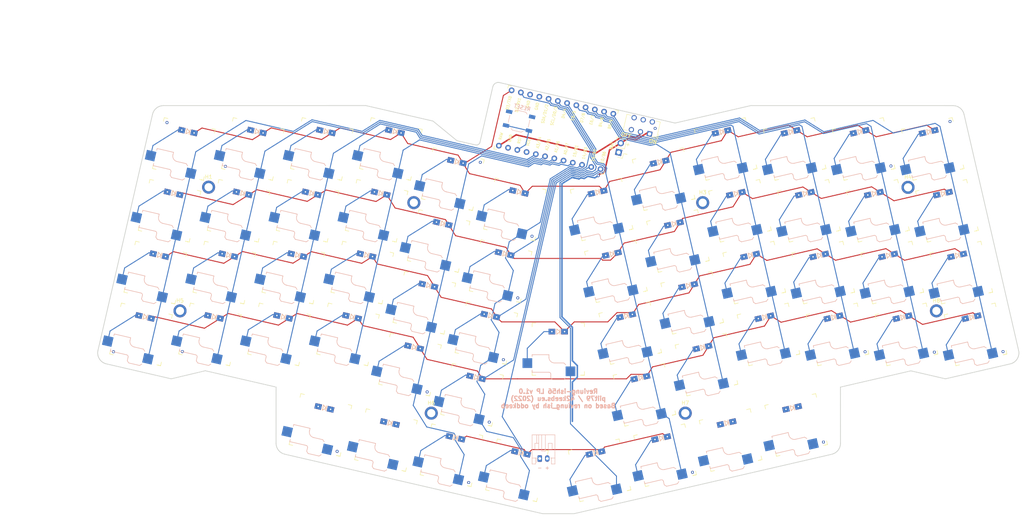
<source format=kicad_pcb>
(kicad_pcb (version 20211014) (generator pcbnew)
  (title_block (comment 4 "AISLER Project ID: WPRPZBAD"))
  (layers (0 "F.Cu" signal) (31 "B.Cu" signal) (34 "B.Paste" user) (35 "F.Paste" user) (36 "B.SilkS" user "B.Silkscreen") (37 "F.SilkS" user "F.Silkscreen") (38 "B.Mask" user) (39 "F.Mask" user) (44 "Edge.Cuts" user))
  (net 0 "")
  (net 1 "col0")
  (net 2 "col1")
  (net 3 "col2")
  (net 4 "col3")
  (net 5 "col4")
  (net 6 "col5")
  (net 7 "GND")
  (net 8 "Net-(D_A0-Pad2)")
  (net 9 "row1")
  (net 10 "row0")
  (net 11 "Net-(D_A1-Pad2)")
  (net 12 "row2")
  (net 13 "Net-(D_A2-Pad2)")
  (net 14 "Net-(D_A3-Pad2)")
  (net 15 "Net-(D_A4-Pad2)")
  (net 16 "row3")
  (net 17 "Net-(D_A5-Pad2)")
  (net 18 "Net-(D_B0-Pad2)")
  (net 19 "row4")
  (net 20 "Net-(D_B1-Pad2)")
  (net 21 "Net-(D_B2-Pad2)")
  (net 22 "col7")
  (net 23 "Net-(D_B3-Pad2)")
  (net 24 "Net-(D_B4-Pad2)")
  (net 25 "col8")
  (net 26 "Net-(D_B5-Pad2)")
  (net 27 "Net-(D_C0-Pad2)")
  (net 28 "col9")
  (net 29 "Net-(D_C1-Pad2)")
  (net 30 "Net-(D_C2-Pad2)")
  (net 31 "Net-(D_C3-Pad2)")
  (net 32 "Net-(D_C4-Pad2)")
  (net 33 "Net-(D_C5-Pad2)")
  (net 34 "Net-(D_D0-Pad2)")
  (net 35 "Net-(D_D1-Pad2)")
  (net 36 "Net-(D_D2-Pad2)")
  (net 37 "Net-(D_D3-Pad2)")
  (net 38 "Net-(D_D4-Pad2)")
  (net 39 "Net-(D_D5-Pad2)")
  (net 40 "Net-(D_E0-Pad2)")
  (net 41 "Net-(D_E1-Pad2)")
  (net 42 "Net-(D_E2-Pad2)")
  (net 43 "Net-(D_E3-Pad2)")
  (net 44 "Net-(D_E4-Pad2)")
  (net 45 "Net-(D_E5-Pad2)")
  (net 46 "RAW")
  (net 47 "RST")
  (net 48 "col10")
  (net 49 "col11")
  (net 50 "col12")
  (net 51 "col6")
  (net 53 "Net-(D_F0-Pad2)")
  (net 54 "Net-(D_F1-Pad2)")
  (net 55 "Net-(D_F2-Pad2)")
  (net 56 "Net-(D_F3-Pad2)")
  (net 57 "Net-(D_F4-Pad2)")
  (net 58 "Net-(D_F5-Pad2)")
  (net 59 "Net-(D_G0-Pad2)")
  (net 60 "Net-(D_G2-Pad2)")
  (net 61 "Net-(D_G3-Pad2)")
  (net 62 "Net-(D_G4-Pad2)")
  (net 63 "Net-(D_A6-Pad2)")
  (net 64 "Net-(D_A7-Pad2)")
  (net 65 "Net-(D_A8-Pad2)")
  (net 66 "Net-(D_A9-Pad2)")
  (net 67 "Net-(D_A10-Pad2)")
  (net 68 "Net-(D_A11-Pad2)")
  (net 69 "Net-(D_B6-Pad2)")
  (net 70 "Net-(D_B7-Pad2)")
  (net 71 "Net-(D_B8-Pad2)")
  (net 72 "Net-(D_B9-Pad2)")
  (net 73 "Net-(D_B10-Pad2)")
  (net 74 "Net-(D_B11-Pad2)")
  (net 75 "Net-(D_G5-Pad2)")
  (net 76 "Net-(D_G6-Pad2)")
  (net 77 "Net-(D_D6-Pad2)")
  (net 78 "Net-(D_G1-Pad2)")
  (net 79 "BAT")
  (net 81 "Net-(D_G7-Pad2)")
  (footprint "42keebs:Kailh_socket_PG1350_1u_sw_cap" (layer "F.Cu") (at 92.434058 92.983071 -13)
    (fp_text reference "SwE3")
    (fp_text value "SW_Push")
  )
  (footprint "42keebs:Kailh_socket_PG1350_1u_sw_cap" (layer "F.Cu") (at 73.960588 92.983076 -13)
    (fp_text reference "SwE2")
    (fp_text value "SW_Push")
  )
  (footprint "42keebs:Kailh_socket_PG1350_1u_sw_cap" (layer "F.Cu") (at 55.487114 92.983078 -13)
    (fp_text reference "SwE1")
    (fp_text value "SW_Push")
  )
  (footprint "42keebs:Kailh_socket_PG1350_1u_sw_cap" (layer "F.Cu") (at 37.013632 92.983073 -13)
    (fp_text reference "SwE0")
    (fp_text value "SW_Push")
  )
  (footprint "42keebs:Kailh_socket_PG1350_1u_sw_cap" (layer "F.Cu") (at 256.598817 76.41879 13)
    (fp_text reference "SwD5")
    (fp_text value "SW_Push")
  )
  (footprint "42keebs:Kailh_socket_PG1350_1u_sw_cap" (layer "F.Cu") (at 238.125355 76.418785 13)
    (fp_text reference "SwD4")
    (fp_text value "SW_Push")
  )
  (footprint "42keebs:Kailh_socket_PG1350_1u_sw_cap" (layer "F.Cu") (at 219.651879 76.418778 13)
    (fp_text reference "SwD3")
    (fp_text value "SW_Push")
  )
  (footprint "42keebs:Kailh_socket_PG1350_1u_sw_cap_home" (layer "F.Cu") (at 184.574566 84.517017 13)
    (fp_text reference "SwD1")
    (fp_text value "SW_Push")
  )
  (footprint "42keebs:Kailh_socket_PG1350_1u_sw_cap" (layer "F.Cu") (at 167.970702 92.615273 13)
    (fp_text reference "SwD0")
    (fp_text value "SW_Push")
  )
  (footprint "42keebs:Kailh_socket_PG1350_1u_sw_cap" (layer "F.Cu") (at 129.46592 92.615263 -13)
    (fp_text reference "SwC5")
    (fp_text value "SW_Push")
  )
  (footprint "42keebs:Kailh_socket_PG1350_1u_sw_cap" (layer "F.Cu") (at 164.146549 76.050982 13)
    (fp_text reference "SwB0")
    (fp_text value "SW_Push")
  )
  (footprint "42keebs:Kailh_socket_PG1350_1u_sw_cap" (layer "F.Cu") (at 201.178402 76.418787 13)
    (fp_text reference "SwD2")
    (fp_text value "SW_Push")
  )
  (footprint "42keebs:Kailh_socket_PG1350_1u_sw_cap_home" (layer "F.Cu") (at 112.862066 84.517018 -13)
    (fp_text reference "SwC4")
    (fp_text value "SW_Push")
  )
  (footprint "42keebs:Kailh_socket_PG1350_1u_sw_cap" (layer "F.Cu") (at 96.258218 76.418783 -13)
    (fp_text reference "SwC3")
    (fp_text value "SW_Push")
  )
  (footprint "42keebs:Kailh_socket_PG1350_1u_sw_cap" (layer "F.Cu") (at 77.784746 76.418782 -13)
    (fp_text reference "SwC2")
    (fp_text value "SW_Push")
  )
  (footprint "42keebs:Kailh_socket_PG1350_1u_sw_cap" (layer "F.Cu") (at 59.311277 76.418794 -13)
    (fp_text reference "SwC1")
    (fp_text value "SW_Push")
  )
  (footprint "42keebs:Kailh_socket_PG1350_1u_sw_cap" (layer "F.Cu") (at 40.837799 76.418789 -13)
    (fp_text reference "SwC0")
    (fp_text value "SW_Push")
  )
  (footprint "42keebs:Kailh_socket_PG1350_1u_sw_cap" (layer "F.Cu") (at 252.774652 59.854492 13)
    (fp_text reference "SwB5")
    (fp_text value "SW_Push")
  )
  (footprint "42keebs:Kailh_socket_PG1350_1u_sw_cap" (layer "F.Cu") (at 120.127028 125.353231 -13)
    (fp_text reference "SwG1")
    (fp_text value "SW_Push")
  )
  (footprint "42keebs:Kailh_socket_PG1350_1u_sw_cap" (layer "F.Cu") (at 234.301182 59.854493 13)
    (fp_text reference "SwB4")
    (fp_text value "SW_Push")
  )
  (footprint "42keebs:Kailh_socket_PG1350_1u_sw_cap" (layer "F.Cu") (at 44.661974 59.85449 -13)
    (fp_text reference "SwA0")
    (fp_text value "SW_Push")
  )
  (footprint "42keebs:Kailh_socket_PG1350_1u_sw_cap" (layer "F.Cu") (at 116.686242 67.95273 -13)
    (fp_text reference "SwA4")
    (fp_text value "SW_Push")
  )
  (footprint "42keebs:Kailh_socket_PG1350_1u_sw_cap" (layer "F.Cu") (at 100.082392 59.854488 -13)
    (fp_text reference "SwA3")
    (fp_text value "SW_Push")
  )
  (footprint "42keebs:Kailh_socket_PG1350_1u_sw_cap" (layer "F.Cu") (at 180.75039 67.952729 13)
    (fp_text reference "SwB1")
    (fp_text value "SW_Push")
  )
  (footprint "42keebs:Kailh_socket_PG1350_1u_sw_cap" (layer "F.Cu") (at 171.794876 109.179547 13)
    (fp_text reference "SwF0")
    (fp_text value "SW_Push")
  )
  (footprint "42keebs:Kailh_socket_PG1350_1u_sw_cap" (layer "F.Cu") (at 63.135432 59.854494 -13)
    (fp_text reference "SwA1")
    (fp_text value "SW_Push")
  )
  (footprint "42keebs:Kailh_socket_PG1350_1u_sw_cap" (layer "F.Cu") (at 215.827713 59.854496 13)
    (fp_text reference "SwB3")
    (fp_text value "SW_Push")
  )
  (footprint "42keebs:Kailh_socket_PG1350_1u_sw_cap" (layer "F.Cu") (at 197.354237 59.85451 13)
    (fp_text reference "SwB2")
    (fp_text value "SW_Push")
  )
  (footprint "42keebs:ProMicro-USB-C" (layer "F.Cu") (at 148.625327 38.248702 77)
    (fp_text reference "U1" hide)
    (fp_text value "ProMicro" hide)
  )
  (footprint "42keebs:Kailh_socket_PG1350_1u_sw_cap" (layer "F.Cu") (at 260.423005 92.983086 13)
    (fp_text reference "SwF5")
    (fp_text value "SW_Push")
  )
  (footprint "42keebs:Kailh_socket_PG1350_1u_sw_cap" (layer "F.Cu") (at 241.949537 92.983073 13)
    (fp_text reference "SwF4")
    (fp_text value "SW_Push")
  )
  (footprint "42keebs:Kailh_socket_PG1350_1u_sw_cap" (layer "F.Cu") (at 223.476045 92.983073 13)
    (fp_text reference "SwF3")
    (fp_text value "SW_Push")
  )
  (footprint "42keebs:Kailh_socket_PG1350_1u_sw_cap" (layer "F.Cu") (at 205.002569 92.983083 13)
    (fp_text reference "SwF2")
    (fp_text value "SW_Push")
  )
  (footprint "42keebs:Kailh_socket_PG1350_1u_sw_cap" (layer "F.Cu") (at 188.398721 101.081309 13)
    (fp_text reference "SwF1")
    (fp_text value "SW_Push")
  )
  (footprint "42keebs:Kailh_socket_PG1350_1u_sw_cap" (layer "F.Cu") (at 125.641743 109.179553 -13)
    (fp_text reference "SwE5")
    (fp_text value "SW_Push")
  )
  (footprint "42keebs:Kailh_socket_PG1350_1u_sw_cap" (layer "F.Cu") (at 109.0379 101.081314 -13)
    (fp_text reference "SwE4")
    (fp_text value "SW_Push")
  )
  (footprint "42keebs:Kailh_socket_PG1350_1u_sw_cap" (layer "F.Cu") (at 81.608919 59.854495 -13)
    (fp_text reference "SwA2")
    (fp_text value "SW_Push")
  )
  (footprint "42keebs:Kailh_socket_PG1350_1u_sw_cap" (layer "F.Cu") (at 133.290083 76.050969 -13)
    (fp_text reference "SwA5")
    (fp_text value "SW_Push")
  )
  (footprint "42keebs:Kailh_socket_PG1350_1u_sw_cap" (layer "F.Cu") (at 102.588374 121.30413 -13)
    (fp_text reference "SwG0")
    (fp_text value "SW_Push")
  )
  (footprint "42keebs:Kailh_socket_PG1350_1u_sw_cap" (layer "F.Cu") (at 177.308834 125.35306 13)
    (fp_text reference "SwG3")
    (fp_text value "SW_Push")
  )
  (footprint "42keebs:Kailh_socket_PG1350_1u_sw_cap" (layer "F.Cu") (at 194.8475 121.303935 13)
    (fp_text reference "SwG4")
    (fp_text value "SW_Push")
  )
  (footprint "42keebs:Kailh_socket_PG1350_1u_sw_cap" (layer "F.Cu") (at 159.770173 129.402181 13)
    (fp_text reference "SwG2")
    (fp_text value "SW_Push")
  )
  (footprint "MountingHole:MountingHole_2.2mm_M2_ISO7380_Pad" (layer "F.Cu") (at 47.452313 86.67979)
    (fp_text reference "H5")
    (fp_text value "Hole_Pad")
  )
  (footprint "Button_Switch_THT:SW_CuK_JS202011AQN_DPDT_Angled" (layer "F.Cu") (at 173.158031 39.254245 167)
    (fp_text reference "SW1" hide)
    (fp_text value "POWER")
  )
  (footprint "42keebs:Kailh_socket_PG1350_1u_sw_cap" (layer "F.Cu") (at 137.66569 129.402351 -13)
    (fp_text reference "SwG7")
    (fp_text value "SW_Push")
  )
  (footprint "MountingHole:MountingHole_2.2mm_M2_ISO7380_Pad" (layer "F.Cu") (at 55.102315 53.529797)
    (fp_text reference "H1")
    (fp_text value "Hole_Pad")
  )
  (footprint "42keebs:Kailh_socket_PG1350_1u_sw_cap" (layer "F.Cu") (at 85.049716 117.254999 -13)
    (fp_text reference "SwG5")
    (fp_text value "SW_Push")
  )
  (footprint "42keebs:Kailh_socket_PG1350_1u_sw_cap" (layer "F.Cu") (at 66.959611 43.290186 -13)
    (fp_text reference "SwA7")
    (fp_text value "SW_Push")
  )
  (footprint "42keebs:Kailh_socket_PG1350_1u_sw_cap" (layer "F.Cu") (at 48.486116 43.290182 -13)
    (fp_text reference "SwA6")
    (fp_text value "SW_Push")
  )
  (footprint "MountingHole:MountingHole_2.2mm_M2_ISO7380_Pad" (layer "F.Cu") (at 242.352309 53.579797)
    (fp_text reference "H4")
    (fp_text value "Hole_Pad")
  )
  (footprint "42keebs:Kailh_socket_PG1350_1u_sw_cap" (layer "F.Cu") (at 212.003539 43.290166 13)
    (fp_text reference "SwB9")
    (fp_text value "SW_Push")
  )
  (footprint "42keebs:Kailh_socket_PG1350_1u_sw_cap" (layer "F.Cu") (at 212.38618 117.254814 13)
    (fp_text reference "SwG6")
    (fp_text value "SW_Push")
  )
  (footprint "MountingHole:MountingHole_2.2mm_M2_ISO7380_Pad" (layer "F.Cu") (at 187.384314 57.680249)
    (fp_text reference "H3")
    (fp_text value "Hole_Pad")
  )
  (footprint "42keebs:Kailh_socket_PG1350_1u_sw_cap" (layer "F.Cu") (at 248.950449 43.290154 13)
    (fp_text reference "SwB11")
    (fp_text value "SW_Push")
  )
  (footprint "MountingHole:MountingHole_2.2mm_M2_ISO7380_Pad" (layer "F.Cu") (at 182.718306 114.087033)
    (fp_text reference "H7")
    (fp_text value "Hole_Pad")
  )
  (footprint "42keebs:Kailh_socket_PG1350_1u_sw_cap" (layer "F.Cu") (at 103.906513 43.290177 -13)
    (fp_text reference "SwA9")
    (fp_text value "SW_Push")
  )
  (footprint "42keebs:Kailh_socket_PG1350_1u_sw_cap" (layer "F.Cu") (at 137.11421 59.48668 -13)
    (fp_text reference "SwA11")
    (fp_text value "SW_Push")
  )
  (footprint "42keebs:Kailh_socket_PG1350_1u_sw_cap" (layer "F.Cu") (at 176.926233 51.388464 13)
    (fp_text reference "SwB7")
    (fp_text value "SW_Push")
  )
  (footprint "MountingHole:MountingHole_2.2mm_M2_ISO7380_Pad" (layer "F.Cu") (at 249.952316 86.679786)
    (fp_text reference "H8")
    (fp_text value "Hole_Pad")
  )
  (footprint "42keebs:Kailh_socket_PG1350_1u_sw_cap" (layer "F.Cu") (at 230.477033 43.290167 13)
    (fp_text reference "SwB10")
    (fp_text value "SW_Push")
  )
  (footprint "42keebs:Kailh_socket_PG1350_1u_sw_cap" (layer "F.Cu") (at 193.53005 43.290167 13)
    (fp_text reference "SwB8")
    (fp_text value "SW_Push")
  )
  (footprint "MountingHole:MountingHole_2.2mm_M2_ISO7380_Pad" (layer "F.Cu") (at 110.052313 57.679791)
    (fp_text reference "H2" hide)
    (fp_text value "Hole_Pad")
  )
  (footprint "MountingHole:MountingHole_2.2mm_M2_ISO7380_Pad" (layer "F.Cu") (at 114.718311 114.087037)
    (fp_text reference "H6")
    (fp_text value "Hole_Pad")
  )
  (footprint "42keebs:Kailh_socket_PG1350_1u_sw_cap" (layer "F.Cu") (at 85.433112 43.290182 -13)
    (fp_text reference "SwA8")
    (fp_text value "SW_Push")
  )
  (footprint "42keebs:Kailh_socket_PG1350_1u_sw_cap" (layer "F.Cu") (at 120.510411 51.388437 -13)
    (fp_text reference "SwA10")
    (fp_text value "SW_Push")
  )
  (footprint "42keebs:Kailh_socket_PG1350_1u_sw_cap" (layer "F.Cu") (at 148.718305 96.929795)
    (fp_text reference "SwD6")
    (fp_text value "SW_Push")
  )
  (footprint "42keebs:42Keebs-icon-10mm-Mask" (layer "F.Cu") (at 148.718309 81.026251)
    (fp_text reference "LOGO1" hide)
    (fp_text value "42_Keebs_Logo" hide)
  )
  (footprint "42keebs:Kailh_socket_PG1350_1u_sw_cap" (layer "F.Cu") (at 160.322341 59.486664 13)
    (fp_text reference "SwB6")
    (fp_text value "SW_Push")
  )
  (footprint "Connector_PinHeader_2.54mm:PinHeader_1x02_P2.54mm_Vertical" (layer "F.Cu") (at 164.882644 44.203247 167)
    (fp_text reference "J1")
    (fp_text value "BAT")
  )
  (footprint "42keebs:Diode_SOD123_dual_sided" (layer "B.Cu") (at 126.723464 104.505883 167)
    (fp_text reference "D_E5" hide)
    (fp_text value "D" hide)
  )
  (footprint "42keebs:Diode_SOD123_dual_sided" (layer "B.Cu") (at 93.515765 88.309406 167)
    (fp_text reference "D_E3" hide)
    (fp_text value "D" hide)
  )
  (footprint "42keebs:Diode_SOD123_dual_sided" (layer "B.Cu") (at 75.042295 88.309411 167)
    (fp_text reference "D_E2" hide)
    (fp_text value "D" hide)
  )
  (footprint "42keebs:Diode_SOD123_dual_sided" (layer "B.Cu") (at 56.568812 88.309415 167)
    (fp_text reference "D_E1" hide)
    (fp_text value "D" hide)
  )
  (footprint "42keebs:Diode_SOD123_dual_sided" (layer "B.Cu") (at 38.095338 88.309402 167)
    (fp_text reference "D_E0" hide)
    (fp_text value "D" hide)
  )
  (footprint "42keebs:Diode_SOD123_dual_sided" (layer "B.Cu") (at 255.534852 71.813368 -167)
    (fp_text reference "D_D5" hide)
    (fp_text value "D" hide)
  )
  (footprint "42keebs:Diode_SOD123_dual_sided" (layer "B.Cu") (at 237.061369 71.813372 -167)
    (fp_text reference "D_D4" hide)
    (fp_text value "D" hide)
  )
  (footprint "42keebs:Diode_SOD123_dual_sided" (layer "B.Cu") (at 218.587897 71.81337 -167)
    (fp_text reference "D_D3" hide)
    (fp_text value "D" hide)
  )
  (footprint "42keebs:Diode_SOD123_dual_sided" (layer "B.Cu") (at 200.11442 71.813358 -167)
    (fp_text reference "D_D2" hide)
    (fp_text value "D" hide)
  )
  (footprint "42keebs:Diode_SOD123_dual_sided" (layer "B.Cu") (at 183.510578 79.911603 -167)
    (fp_text reference "D_D1" hide)
    (fp_text value "D" hide)
  )
  (footprint "42keebs:Diode_SOD123_dual_sided" (layer "B.Cu") (at 166.906736 88.009847 -167)
    (fp_text reference "D_D0" hide)
    (fp_text value "D" hide)
  )
  (footprint "42keebs:Diode_SOD123_dual_sided" (layer "B.Cu") (at 130.547643 87.941581 167)
    (fp_text reference "D_C5" hide)
    (fp_text value "D" hide)
  )
  (footprint "42keebs:Diode_SOD123_dual_sided" (layer "B.Cu") (at 113.943783 79.843348 167)
    (fp_text reference "D_C4" hide)
    (fp_text value "D" hide)
  )
  (footprint "42keebs:Diode_SOD123_dual_sided" (layer "B.Cu") (at 97.339927 71.745107 167)
    (fp_text reference "D_C3" hide)
    (fp_text value "D" hide)
  )
  (footprint "42keebs:Diode_SOD123_dual_sided" (layer "B.Cu") (at 78.866461 71.745107 167)
    (fp_text reference "D_C2" hide)
    (fp_text value "D" hide)
  )
  (footprint "42keebs:Diode_SOD123_dual_sided" (layer "B.Cu") (at 60.392981 71.745099 167)
    (fp_text reference "D_C1" hide)
    (fp_text value "D" hide)
  )
  (footprint "42keebs:Diode_SOD123_dual_sided" (layer "B.Cu") (at 41.9195 71.745109 167)
    (fp_text reference "D_C0" hide)
    (fp_text value "D" hide)
  )
  (footprint "42keebs:Diode_SOD123_dual_sided" (layer "B.Cu") (at 251.710673 55.249086 -167)
    (fp_text reference "D_B5" hide)
    (fp_text value "D" hide)
  )
  (footprint "42keebs:Diode_SOD123_dual_sided" (layer "B.Cu") (at 233.237197 55.249072 -167)
    (fp_text reference "D_B4" hide)
    (fp_text value "D" hide)
  )
  (footprint "42keebs:Diode_SOD123_dual_sided" (layer "B.Cu") (at 214.76373 55.249078 -167)
    (fp_text reference "D_B3" hide)
    (fp_text value "D" hide)
  )
  (footprint "42keebs:Diode_SOD123_dual_sided" (layer "B.Cu") (at 196.290244 55.249082 -167)
    (fp_text reference "D_B2" hide)
    (fp_text value "D" hide)
  )
  (footprint "42keebs:Diode_SOD123_dual_sided" (layer "B.Cu") (at 179.6864 63.347318 -167)
    (fp_text reference "D_B1" hide)
    (fp_text value "D" hide)
  )
  (footprint "42keebs:Diode_SOD123_dual_sided" (layer "B.Cu") (at 163.08256 71.445562 -167)
    (fp_text reference "D_B0" hide)
    (fp_text value "D" hide)
  )
  (footprint "42keebs:Diode_SOD123_dual_sided" (layer "B.Cu") (at 134.371809 71.377291 167)
    (fp_text reference "D_A5" hide)
    (fp_text value "D" hide)
  )
  (footprint "42keebs:Diode_SOD123_dual_sided" (layer "B.Cu") (at 117.767956 63.279077 167)
    (fp_text reference "D_A4" hide)
    (fp_text value "D" hide)
  )
  (footprint "42keebs:Diode_SOD123_dual_sided" (layer "B.Cu") (at 101.164107 55.180813 167)
    (fp_text reference "D_A3" hide)
    (fp_text value "D" hide)
  )
  (footprint "42keebs:Diode_SOD123_dual_sided" (layer "B.Cu") (at 82.690611 55.180824 167)
    (fp_text reference "D_A2" hide)
    (fp_text value "D" hide)
  )
  (footprint "42keebs:Diode_SOD123_dual_sided" (layer "B.Cu") (at 64.217149 55.180837 167)
    (fp_text reference "D_A1" hide)
    (fp_text value "D" hide)
  )
  (footprint "42keebs:Diode_SOD123_dual_sided" (layer "B.Cu") (at 45.743675 55.180811 167)
    (fp_text reference "D_A0" hide)
    (fp_text value "D" hide)
  )
  (footprint "42keebs:Diode_SOD123_dual_sided" (layer "B.Cu") (at 193.79135 116.729273 -167)
    (fp_text reference "D_G4" hide)
    (fp_text value "D" hide)
  )
  (footprint "42keebs:Diode_SOD123_dual_sided" (layer "B.Cu") (at 176.262629 120.763327 -167)
    (fp_text reference "D_G3" hide)
    (fp_text value "D" hide)
  )
  (footprint "42keebs:Diode_SOD123_dual_sided" (layer "B.Cu") (at 158.691759 124.73105 -167)
    (fp_text reference "D_G2" hide)
    (fp_text value "D" hide)
  )
  (footprint "42keebs:Diode_SOD123_dual_sided" (layer "B.Cu") (at 121.205259 120.681653 167)
    (fp_text reference "D_G1" hide)
    (fp_text value "D" hide)
  )
  (footprint "42keebs:Diode_SOD123_dual_sided" (layer "B.Cu") (at 103.644514 116.729445 167)
    (fp_text reference "D_G0" hide)
    (fp_text value "D" hide)
  )
  (footprint "42keebs:Diode_SOD123_dual_sided" (layer "B.Cu") (at 259.359009 88.377659 -167)
    (fp_text reference "D_F5" hide)
    (fp_text value "D" hide)
  )
  (footprint "42keebs:Diode_SOD123_dual_sided" (layer "B.Cu") (at 240.885546 88.377664 -167)
    (fp_text reference "D_F4" hide)
    (fp_text value "D" hide)
  )
  (footprint "42keebs:Diode_SOD123_dual_sided" (layer "B.Cu") (at 222.412065 88.37767 -167)
    (fp_text reference "D_F3" hide)
    (fp_text value "D" hide)
  )
  (footprint "42keebs:Diode_SOD123_dual_sided" (layer "B.Cu") (at 203.93859 88.377667 -167)
    (fp_text reference "D_F2" hide)
    (fp_text value "D" hide)
  )
  (footprint "42keebs:Diode_SOD123_dual_sided" (layer "B.Cu") (at 187.334743 96.475892 -167)
    (fp_text reference "D_F1" hide)
    (fp_text value "D" hide)
  )
  (footprint "42keebs:Diode_SOD123_dual_sided" (layer "B.Cu") (at 170.730883 104.574132 -167)
    (fp_text reference "D_F0" hide)
    (fp_text value "D" hide)
  )
  (footprint "42keebs:Diode_SOD123_dual_sided" (layer "B.Cu") (at 110.119616 96.407637 167)
    (fp_text reference "D_E4" hide)
    (fp_text value "D" hide)
  )
  (footprint "42keebs:Diode_SOD123_dual_sided" (layer "B.Cu") (at 229.41305 38.684743 -167)
    (fp_text reference "D_B10" hide)
    (fp_text value "D" hide)
  )
  (footprint "42keebs:Diode_SOD123_dual_sided" (layer "B.Cu") (at 138.195913 54.813007 167)
    (fp_text reference "D_A11" hide)
    (fp_text value "D" hide)
  )
  (footprint "42keebs:Diode_SOD123_dual_sided" (layer "B.Cu") (at 138.744105 124.73122 167)
    (fp_text reference "D_G7" hide)
    (fp_text value "D" hide)
  )
  (footprint "42keebs:Diode_SOD123_dual_sided" (layer "B.Cu") (at 68.041329 38.616514 167)
    (fp_text reference "D_A7" hide)
    (fp_text value "D" hide)
  )
  (footprint "42keebs:Diode_SOD123_dual_sided" (layer "B.Cu") (at 121.592126 46.714806 167)
    (fp_text reference "D_A10" hide)
    (fp_text value "D" hide)
  )
  (footprint "42keebs:Diode_SOD123_dual_sided" (layer "B.Cu") (at 49.568314 38.616248 167)
    (fp_text reference "D_A6" hide)
    (fp_text value "D" hide)
  )
  (footprint "42keebs:Diode_SOD123_dual_sided" (layer "B.Cu") (at 175.862257 46.783043 -167)
    (fp_text reference "D_B7" hide)
    (fp_text value "D" hide)
  )
  (footprint "Button_Switch_SMD:SW_SPST_TL3342" (layer "B.Cu") (at 138.22194 35.846511 -13)
    (fp_text reference "SW2")
    (fp_text value "RESET")
  )
  (footprint "42keebs:Diode_SOD123_dual_sided" (layer "B.Cu") (at 86.105859 112.680343 167)
    (fp_text reference "D_G5" hide)
    (fp_text value "D" hide)
  )
  (footprint "42keebs:Diode_SOD123_dual_sided" (layer "B.Cu") (at 159.258356 54.881252 -167)
    (fp_text reference "D_B6" hide)
    (fp_text value "D" hide)
  )
  (footprint "42keebs:Diode_SOD123_dual_sided" (layer "B.Cu") (at 104.988213 38.616512 167)
    (fp_text reference "D_A9" hide)
    (fp_text value "D" hide)
  )
  (footprint "42keebs:Diode_SOD123_dual_sided" (layer "B.Cu") (at 210.939565 38.684751 -167)
    (fp_text reference "D_B9" hide)
    (fp_text value "D" hide)
  )
  (footprint "42keebs:Diode_SOD123_dual_sided" (layer "B.Cu") (at 211.330016 112.680148 -167)
    (fp_text reference "D_G6" hide)
    (fp_text value "D" hide)
  )
  (footprint "42keebs:Diode_SOD123_dual_sided" (layer "B.Cu") (at 192.466058 38.68475 -167)
    (fp_text reference "D_B8" hide)
    (fp_text value "D" hide)
  )
  (footprint "42keebs:Diode_SOD123_dual_sided" (layer "B.Cu") (at 247.886459 38.684748 -167)
    (fp_text reference "D_B11" hide)
    (fp_text value "D" hide)
  )
  (footprint "42keebs:Diode_SOD123_dual_sided" (layer "B.Cu") (at 148.702328 92.234741 180)
    (fp_text reference "D_D6" hide)
    (fp_text value "D" hide)
  )
  (footprint "42keebs:Diode_SOD123_dual_sided" (layer "B.Cu") (at 86.514822 38.616495 167)
    (fp_text reference "D_A8" hide)
    (fp_text value "D" hide)
  )
  (footprint "Connector_JST:JST_PH_S2B-PH-K_1x02_P2.00mm_Horizontal" (layer "B.Cu") (at 143.768306 126.254795)
    (fp_text reference "J2")
    (fp_text value "BATTERY")
  )
  (gr_line (start 144.522422 141.027437) (end 152.913406 141.03117) (layer "Edge.Cuts") (width 0.2))
  (gr_line (start 222.884332 124.708742) (end 223.280819 124.406615) (layer "Edge.Cuts") (width 0.2))
  (gr_line (start 127.706442 41.658249) (end 127.610033 41.82765) (layer "Edge.Cuts") (width 0.2))
  (gr_line (start 223.620051 124.045322) (end 223.895412 123.633184) (layer "Edge.Cuts") (width 0.2))
  (gr_line (start 73.339908 123.166428) (end 73.544707 123.620744) (layer "Edge.Cuts") (width 0.2))
  (gr_line (start 131.194591 26.626048) (end 127.767352 41.471018) (layer "Edge.Cuts") (width 0.2))
  (gr_line (start 271.023453 100.213578) (end 271.230789 100.011531) (layer "Edge.Cuts") (width 0.2))
  (gr_line (start 42.503794 31.715049) (end 42.015772 31.84292) (layer "Edge.Cuts") (width 0.2))
  (gr_line (start 25.864087 99.545974) (end 26.03374 99.789633) (layer "Edge.Cuts") (width 0.2))
  (gr_line (start 26.225181 100.013749) (end 26.436671 100.217086) (layer "Edge.Cuts") (width 0.2))
  (gr_line (start 73.168605 122.164049) (end 73.212305 122.678093) (layer "Edge.Cuts") (width 0.2))
  (gr_line (start 42.015772 31.84292) (end 41.561734 32.047857) (layer "Edge.Cuts") (width 0.2))
  (gr_line (start 222.437244 124.943296) (end 222.884332 124.708742) (layer "Edge.Cuts") (width 0.2))
  (gr_line (start 73.8201 124.032673) (end 74.159392 124.39382) (layer "Edge.Cuts") (width 0.2))
  (gr_line (start 269.711202 100.888105) (end 270.006674 100.804009) (layer "Edge.Cuts") (width 0.2))
  (gr_line (start 255.881862 32.050992) (end 255.427878 31.846065) (layer "Edge.Cuts") (width 0.2))
  (gr_line (start 256.956064 33.061912) (end 256.65431 32.665577) (layer "Edge.Cuts") (width 0.2))
  (gr_line (start 131.320941 26.280048) (end 131.194591 26.626048) (layer "Edge.Cuts") (width 0.2))
  (gr_line (start 127.610033 41.82765) (end 127.481794 41.974554) (layer "Edge.Cuts") (width 0.2))
  (gr_line (start 131.524115 25.979143) (end 131.320941 26.280048) (layer "Edge.Cuts") (width 0.2))
  (gr_line (start 25.449418 98.451345) (end 25.511676 98.737287) (layer "Edge.Cuts") (width 0.2))
  (gr_line (start 41.561734 32.047857) (end 41.15011 32.323199) (layer "Edge.Cuts") (width 0.2))
  (gr_line (start 271.581203 99.554685) (end 271.722072 99.303523) (layer "Edge.Cuts") (width 0.2))
  (gr_line (start 43.017602 31.670831) (end 42.503794 31.715049) (layer "Edge.Cuts") (width 0.2))
  (gr_line (start 132.696603 25.464253) (end 132.397956 25.485668) (layer "Edge.Cuts") (width 0.2))
  (gr_line (start 25.43337 97.5736) (end 25.409923 97.867356) (layer "Edge.Cuts") (width 0.2))
  (gr_line (start 45.090835 104.88958) (end 54.214381 102.725515) (layer "Edge.Cuts") (width 0.2))
  (gr_line (start 152.913406 141.03117) (end 221.946169 125.101874) (layer "Edge.Cuts") (width 0.2))
  (gr_line (start 126.568134 42.220285) (end 121.595478 41.072439) (layer "Edge.Cuts") (width 0.2))
  (gr_line (start 26.666463 100.39843) (end 26.912828 100.556538) (layer "Edge.Cuts") (width 0.2))
  (gr_line (start 27.448257 100.798244) (end 27.733908 100.879317) (layer "Edge.Cuts") (width 0.2))
  (gr_line (start 25.719377 99.286763) (end 25.864087 99.545974) (layer "Edge.Cuts") (width 0.2))
  (gr_line (start 25.511676 98.737287) (end 25.601769 99.016496) (layer "Edge.Cuts") (width 0.2))
  (gr_line (start 254.939771 31.718269) (end 254.426043 31.674254) (layer "Edge.Cuts") (width 0.2))
  (gr_line (start 132.11867 25.56331) (end 131.79353 25.736036) (layer "Edge.Cuts") (width 0.2))
  (gr_line (start 26.03374 99.789633) (end 26.225181 100.013749) (layer "Edge.Cuts") (width 0.2))
  (gr_line (start 127.148299 42.180989) (end 126.959331 42.231091) (layer "Edge.Cuts") (width 0.2))
  (gr_line (start 131.79353 25.736036) (end 131.524115 25.979143) (layer "Edge.Cuts") (width 0.2))
  (gr_line (start 126.764069 42.244338) (end 126.568134 42.220285) (layer "Edge.Cuts") (width 0.2))
  (gr_line (start 272.014607 97.592151) (end 271.960708 97.289718) (layer "Edge.Cuts") (width 0.2))
  (gr_line (start 40.253195 33.505355) (end 40.094749 33.99602) (layer "Edge.Cuts") (width 0.2))
  (gr_line (start 256.65431 32.665577) (end 256.293478 32.326376) (layer "Edge.Cuts") (width 0.2))
  (gr_line (start 40.487506 33.05857) (end 40.253195 33.505355) (layer "Edge.Cuts") (width 0.2))
  (gr_line (start 200.241231 31.669847) (end 179.975847 36.348558) (layer "Edge.Cuts") (width 0.2))
  (gr_line (start 26.912828 100.556538) (end 27.174 100.690243) (layer "Edge.Cuts") (width 0.2))
  (gr_line (start 127.481794 41.974554) (end 127.325355 42.09441) (layer "Edge.Cuts") (width 0.2))
  (gr_line (start 73.177645 107.102037) (end 73.168605 122.164049) (layer "Edge.Cuts") (width 0.2))
  (gr_line (start 25.486097 97.281416) (end 25.43337 97.5736) (layer "Edge.Cuts") (width 0.2))
  (gr_line (start 27.733908 100.879317) (end 45.090835 104.88958) (layer "Edge.Cuts") (width 0.2))
  (gr_line (start 223.895412 123.633184) (end 224.100248 123.178648) (layer "Edge.Cuts") (width 0.2))
  (gr_line (start 271.960708 97.289718) (end 257.348898 33.999438) (layer "Edge.Cuts") (width 0.2))
  (gr_line (start 74.555879 124.69585) (end 75.002895 124.930415) (layer "Edge.Cuts") (width 0.2))
  (gr_line (start 254.426043 31.674254) (end 200.241231 31.669847) (layer "Edge.Cuts") (width 0.2))
  (gr_line (start 221.946169 125.101874) (end 222.437244 124.943296) (layer "Edge.Cuts") (width 0.2))
  (gr_line (start 25.409923 97.867356) (end 25.415364 98.160665) (layer "Edge.Cuts") (width 0.2))
  (gr_line (start 255.427878 31.846065) (end 254.939771 31.718269) (layer "Edge.Cuts") (width 0.2))
  (gr_line (start 272.037254 97.892687) (end 272.014607 97.592151) (layer "Edge.Cuts") (width 0.2))
  (gr_line (start 224.257926 107.104552) (end 243.113551 102.751388) (layer "Edge.Cuts") (width 0.2))
  (gr_line (start 73.544707 123.620744) (end 73.8201 124.032673) (layer "Edge.Cuts") (width 0.2))
  (gr_line (start 97.200463 31.66765) (end 43.017602 31.670831) (layer "Edge.Cuts") (width 0.2))
  (gr_line (start 41.15011 32.323199) (end 40.789229 32.662314) (layer "Edge.Cuts") (width 0.2))
  (gr_line (start 132.397956 25.485668) (end 132.11867 25.56331) (layer "Edge.Cuts") (width 0.2))
  (gr_line (start 132.397956 25.485668) (end 132.397956 25.485668) (layer "Edge.Cuts") (width 0.2))
  (gr_line (start 127.767352 41.471018) (end 127.706442 41.658249) (layer "Edge.Cuts") (width 0.2))
  (gr_line (start 40.094749 33.99602) (end 25.486097 97.281416) (layer "Edge.Cuts") (width 0.2))
  (gr_line (start 256.293478 32.326376) (end 255.881862 32.050992) (layer "Edge.Cuts") (width 0.2))
  (gr_line (start 127.325355 42.09441) (end 127.148299 42.180989) (layer "Edge.Cuts") (width 0.2))
  (gr_line (start 54.214381 102.725515) (end 73.177645 107.102037) (layer "Edge.Cuts") (width 0.2))
  (gr_line (start 179.975847 36.348558) (end 132.993418 25.50203) (layer "Edge.Cuts") (width 0.2))
  (gr_line (start 26.436671 100.217086) (end 26.666463 100.39843) (layer "Edge.Cuts") (width 0.2))
  (gr_line (start 40.789229 32.662314) (end 40.487506 33.05857) (layer "Edge.Cuts") (width 0.2))
  (gr_line (start 271.230789 100.011531) (end 271.417072 99.791251) (layer "Edge.Cuts") (width 0.2))
  (gr_line (start 271.417072 99.791251) (end 271.581203 99.554685) (layer "Edge.Cuts") (width 0.2))
  (gr_line (start 27.174 100.690243) (end 27.448257 100.798244) (layer "Edge.Cuts") (width 0.2))
  (gr_line (start 132.993418 25.50203) (end 132.696603 25.464253) (layer "Edge.Cuts") (width 0.2))
  (gr_line (start 270.550304 100.555987) (end 270.79628 100.395676) (layer "Edge.Cuts") (width 0.2))
  (gr_line (start 270.006674 100.804009) (end 270.286759 100.692682) (layer "Edge.Cuts") (width 0.2))
  (gr_line (start 270.286759 100.692682) (end 270.550304 100.555987) (layer "Edge.Cuts") (width 0.2))
  (gr_line (start 25.415364 98.160665) (end 25.449418 98.451345) (layer "Edge.Cuts") (width 0.2))
  (gr_line (start 74.159392 124.39382) (end 74.555879 124.69585) (layer "Edge.Cuts") (width 0.2))
  (gr_line (start 224.227924 122.690073) (end 224.271843 122.175842) (layer "Edge.Cuts") (width 0.2))
  (gr_line (start 224.271843 122.175842) (end 224.257926 107.104552) (layer "Edge.Cuts") (width 0.2))
  (gr_line (start 73.212305 122.678093) (end 73.339908 123.166428) (layer "Edge.Cuts") (width 0.2))
  (gr_line (start 243.113551 102.751388) (end 252.35866 104.886404) (layer "Edge.Cuts") (width 0.2))
  (gr_line (start 75.493809 125.0891) (end 144.522422 141.027437) (layer "Edge.Cuts") (width 0.2))
  (gr_line (start 257.348898 33.999438) (end 257.190393 33.508749) (layer "Edge.Cuts") (width 0.2))
  (gr_line (start 271.993488 98.480825) (end 272.029798 98.189528) (layer "Edge.Cuts") (width 0.2))
  (gr_line (start 126.959331 42.231091) (end 126.764069 42.244338) (layer "Edge.Cuts") (width 0.2))
  (gr_line (start 271.838396 99.039628) (end 271.929278 98.764788) (layer "Edge.Cuts") (width 0.2))
  (gr_line (start 75.002895 124.930415) (end 75.493809 125.0891) (layer "Edge.Cuts") (width 0.2))
  (gr_line (start 223.280819 124.406615) (end 223.620051 124.045322) (layer "Edge.Cuts") (width 0.2))
  (gr_line (start 252.35866 104.886404) (end 269.711202 100.888105) (layer "Edge.Cuts") (width 0.2))
  (gr_line (start 271.929278 98.764788) (end 271.993488 98.480825) (layer "Edge.Cuts") (width 0.2))
  (gr_line (start 271.722072 99.303523) (end 271.838396 99.039628) (layer "Edge.Cuts") (width 0.2))
  (gr_line (start 270.79628 100.395676) (end 271.023453 100.213578) (layer "Edge.Cuts") (width 0.2))
  (gr_line (start 121.595478 41.072439) (end 115.186297 35.82244) (layer "Edge.Cuts") (width 0.2))
  (gr_line (start 25.601769 99.016496) (end 25.719377 99.286763) (layer "Edge.Cuts") (width 0.2))
  (gr_line (start 115.186297 35.82244) (end 97.200463 31.66765) (layer "Edge.Cuts") (width 0.2))
  (gr_line (start 257.190393 33.508749) (end 256.956064 33.061912) (layer "Edge.Cuts") (width 0.2))
  (gr_line (start 272.029798 98.189528) (end 272.037254 97.892687) (layer "Edge.Cuts") (width 0.2))
  (gr_line (start 224.100248 123.178648) (end 224.227924 122.690073) (layer "Edge.Cuts") (width 0.2))
  (gr_text "Reviung-ish56 LP v1.0\npiit79 / 42keebs.eu (2022)\nBased on reviung_ish by oddkeeb" (at 148.712845 110.184156) (layer "B.SilkS") (effects (font (size 1.2 1.2) (thickness 0.3)) (justify mirror)))
  (gr_text "+" (at 145.766496 128.731667) (layer "B.SilkS") (effects (font (size 1 1))))
  (gr_text "-" (at 143.76649 128.731672) (layer "B.SilkS") (effects (font (size 1 1))))
  (gr_text "OFF" (at 166.905714 39.663574 -13) (layer "F.SilkS") (effects (font (size 1 1) (thickness 0.2))))
  (gr_text "+" (at 167.386498 42.052992 -13) (layer "F.SilkS") (effects (font (size 1 1)) (justify mirror)))
  (gr_text "ON" (at 174.067328 41.316959 -13) (layer "F.SilkS") (effects (font (size 1 1) (thickness 0.2))))
  (gr_text "-" (at 166.801636 44.58636 -13) (layer "F.SilkS") (effects (font (size 1 1)) (justify mirror)))
  (segment (start 50.338717 49.8244) (end 51.672342 44.047808) (width 0.25) (layer "B.Cu") (net 1))
  (segment (start 96.219594 38.571205) (end 100.934945 35.624729) (width 0.25) (layer "B.Cu") (net 1))
  (segment (start 50.338713 49.824401) (end 46.514555 66.388663) (width 0.25) (layer "B.Cu") (net 1))
  (segment (start 141.169533 45.660827) (end 142.703869 44.702072) (width 0.25) (layer "B.Cu") (net 1))
  (segment (start 46.514579 66.388704) (end 42.690405 82.952999) (width 0.25) (layer "B.Cu") (net 1))
  (segment (start 77.785703 38.59057) (end 82.781588 35.468788) (width 0.25) (layer "B.Cu") (net 1))
  (segment (start 51.672342 44.047808) (end 65.094653 35.660618) (width 0.25) (layer "B.Cu") (net 1))
  (segment (start 111.243918 38.004738) (end 112.26421 39.637538) (width 0.25) (layer "B.Cu") (net 1))
  (segment (start 65.094653 35.660618) (end 77.785703 38.59057) (width 0.25) (layer "B.Cu") (net 1))
  (segment (start 141.169533 45.660827) (end 140.409918 46.135489) (width 0.25) (layer "B.Cu") (net 1))
  (segment (start 82.781588 35.468788) (end 96.219594 38.571205) (width 0.25) (layer "B.Cu") (net 1))
  (segment (start 140.409908 46.135492) (end 141.169533 45.660827) (width 0.25) (layer "B.Cu") (net 1))
  (segment (start 42.690403 82.952995) (end 42.6904 82.953011) (width 0.25) (layer "B.Cu") (net 1))
  (segment (start 42.6904 82.953011) (end 38.866239 99.517299) (width 0.25) (layer "B.Cu") (net 1))
  (segment (start 140.409918 46.135489) (end 112.26421 39.637538) (width 0.25) (layer "B.Cu") (net 1))
  (segment (start 100.934945 35.624729) (end 111.243918 38.004738) (width 0.25) (layer "B.Cu") (net 1))
  (segment (start 46.514555 66.388663) (end 46.514579 66.388704) (width 0.25) (layer "B.Cu") (net 1))
  (segment (start 42.690405 82.952999) (end 42.690403 82.952995) (width 0.25) (layer "B.Cu") (net 1))
  (segment (start 64.988051 66.38872) (end 64.988042 66.388719) (width 0.25) (layer "B.Cu") (net 2))
  (segment (start 68.812209 49.824399) (end 70.187201 43.86871) (width 0.25) (layer "B.Cu") (net 2))
  (segment (start 82.852685 35.954437) (end 96.290687 39.056841) (width 0.25) (layer "B.Cu") (net 2))
  (segment (start 140.490873 46.615528) (end 141.138146 46.211064) (width 0.25) (layer "B.Cu") (net 2))
  (segment (start 141.138146 46.211064) (end 142.033965 45.651291) (width 0.25) (layer "B.Cu") (net 2))
  (segment (start 57.339712 99.517297) (end 61.163874 82.952994) (width 0.25) (layer "B.Cu") (net 2))
  (segment (start 61.163874 82.952994) (end 64.988051 66.38872) (width 0.25) (layer "B.Cu") (net 2))
  (segment (start 110.961371 38.400857) (end 111.981658 40.033657) (width 0.25) (layer "B.Cu") (net 2))
  (segment (start 142.033965 45.651291) (end 143.888775 46.079515) (width 0.25) (layer "B.Cu") (net 2))
  (segment (start 68.812211 49.824411) (end 68.812203 49.824389) (width 0.25) (layer "B.Cu") (net 2))
  (segment (start 144.068387 45.96728) (end 145.178769 45.273432) (width 0.25) (layer "B.Cu") (net 2))
  (segment (start 70.187201 43.86871) (end 82.852685 35.954437) (width 0.25) (layer "B.Cu") (net 2))
  (segment (start 101.015246 36.104609) (end 110.961371 38.400857) (width 0.25) (layer "B.Cu") (net 2))
  (segment (start 64.988042 66.388719) (end 68.812211 49.824411) (width 0.25) (layer "B.Cu") (net 2))
  (segment (start 111.981658 40.033657) (end 140.490869 46.615527) (width 0.25) (layer "B.Cu") (net 2))
  (segment (start 96.290687 39.056841) (end 101.015246 36.104609) (width 0.25) (layer "B.Cu") (net 2))
  (segment (start 143.888775 46.079515) (end 144.068387 45.96728) (width 0.25) (layer "B.Cu") (net 2))
  (segment (start 140.490869 46.615527) (end 141.138146 46.211064) (width 0.25) (layer "B.Cu") (net 2))
  (segment (start 88.529586 44.436583) (end 87.285718 49.824403) (width 0.25) (layer "B.Cu") (net 3))
  (segment (start 110.678825 38.796967) (end 101.095552 36.584492) (width 0.25) (layer "B.Cu") (net 3))
  (segment (start 141.046796 46.798775) (end 140.57184 47.095561) (width 0.25) (layer "B.Cu") (net 3))
  (segment (start 83.461518 66.388721) (end 79.637346 82.952988) (width 0.25) (layer "B.Cu") (net 3))
  (segment (start 143.969161 46.559913) (end 144.508856 46.222667) (width 0.25) (layer "B.Cu") (net 3))
  (segment (start 101.095552 36.584492) (end 88.529586 44.436583) (width 0.25) (layer "B.Cu") (net 3))
  (segment (start 87.285718 49.824403) (end 83.461546 66.388693) (width 0.25) (layer "B.Cu") (net 3))
  (segment (start 83.461546 66.388693) (end 83.461518 66.388721) (width 0.25) (layer "B.Cu") (net 3))
  (segment (start 146.363675 46.650887) (end 147.653664 45.844814) (width 0.25) (layer "B.Cu") (net 3))
  (segment (start 141.046796 46.798775) (end 142.114353 46.131695) (width 0.25) (layer "B.Cu") (net 3))
  (segment (start 79.637346 82.952988) (end 75.813186 99.517288) (width 0.25) (layer "B.Cu") (net 3))
  (segment (start 140.57184 47.095561) (end 111.699118 40.429768) (width 0.25) (layer "B.Cu") (net 3))
  (segment (start 111.699118 40.429768) (end 110.678825 38.796967) (width 0.25) (layer "B.Cu") (net 3))
  (segment (start 142.114353 46.131695) (end 143.969161 46.559913) (width 0.25) (layer "B.Cu") (net 3))
  (segment (start 140.571841 47.095559) (end 141.046796 46.798775) (width 0.25) (layer "B.Cu") (net 3))
  (segment (start 144.508856 46.222667) (end 146.363675 46.650887) (width 0.25) (layer "B.Cu") (net 3))
  (segment (start 98.110822 82.953003) (end 94.286663 99.517294) (width 0.25) (layer "B.Cu") (net 4))
  (segment (start 142.194753 46.612086) (end 144.049554 47.040307) (width 0.25) (layer "B.Cu") (net 4))
  (segment (start 101.934993 66.388709) (end 98.110815 82.953001) (width 0.25) (layer "B.Cu") (net 4))
  (segment (start 141.345227 47.142927) (end 142.194753 46.612086) (width 0.25) (layer "B.Cu") (net 4))
  (segment (start 144.049554 47.040307) (end 144.589242 46.703073) (width 0.25) (layer "B.Cu") (net 4))
  (segment (start 107.195127 43.604345) (end 111.06597 41.185576) (width 0.25) (layer "B.Cu") (net 4))
  (segment (start 140.652804 47.575599) (end 141.345227 47.142927) (width 0.25) (layer "B.Cu") (net 4))
  (segment (start 146.444062 47.131289) (end 146.983755 46.794051) (width 0.25) (layer "B.Cu") (net 4))
  (segment (start 105.759116 49.824405) (end 101.934952 66.388663) (width 0.25) (layer "B.Cu") (net 4))
  (segment (start 111.06597 41.185576) (end 111.580887 40.863822) (width 0.25) (layer "B.Cu") (net 4))
  (segment (start 111.06597 41.185576) (end 111.580317 40.864177) (width 0.25) (layer "B.Cu") (net 4))
  (segment (start 111.580317 40.864177) (end 140.652231 47.575957) (width 0.25) (layer "B.Cu") (net 4))
  (segment (start 105.759108 49.824392) (end 107.195127 43.604345) (width 0.25) (layer "B.Cu") (net 4))
  (segment (start 146.983755 46.794051) (end 148.83858 47.22226) (width 0.25) (layer "B.Cu") (net 4))
  (segment (start 144.589242 46.703073) (end 146.444062 47.131289) (width 0.25) (layer "B.Cu") (net 4))
  (segment (start 148.83858 47.22226) (end 150.128563 46.416193) (width 0.25) (layer "B.Cu") (net 4))
  (segment (start 140.652231 47.575957) (end 141.345227 47.142927) (width 0.25) (layer "B.Cu") (net 4))
  (segment (start 140.732628 48.056355) (end 141.283861 47.711904) (width 0.25) (layer "B.Cu") (net 5))
  (segment (start 113.509661 117.795161) (end 120.797351 119.477656) (width 0.25) (layer "B.Cu") (net 5))
  (segment (start 144.669639 47.183463) (end 146.524446 47.611684) (width 0.25) (layer "B.Cu") (net 5))
  (segment (start 128.158764 45.15345) (end 140.732628 48.056355) (width 0.25) (layer "B.Cu") (net 5))
  (segment (start 122.363018 57.922696) (end 122.315558 57.846747) (width 0.25) (layer "B.Cu") (net 5))
  (segment (start 140.733204 48.055996) (end 141.283861 47.711904) (width 0.25) (layer "B.Cu") (net 5))
  (segment (start 118.53885 74.486953) (end 114.714677 91.051223) (width 0.25) (layer "B.Cu") (net 5))
  (segment (start 118.538859 74.486945) (end 118.53885 74.486953) (width 0.25) (layer "B.Cu") (net 5))
  (segment (start 114.714677 91.051223) (end 114.714673 91.051241) (width 0.25) (layer "B.Cu") (net 5))
  (segment (start 121.284472 120.257215) (end 121.057967 121.238321) (width 0.25) (layer "B.Cu") (net 5))
  (segment (start 114.714673 91.051241) (end 110.890498 107.615535) (width 0.25) (layer "B.Cu") (net 5))
  (segment (start 109.881014 111.988113) (end 113.509661 117.795161) (width 0.25) (layer "B.Cu") (net 5))
  (segment (start 147.064154 47.274441) (end 148.918964 47.702658) (width 0.25) (layer "B.Cu") (net 5))
  (segment (start 146.524446 47.611684) (end 147.064154 47.274441) (width 0.25) (layer "B.Cu") (net 5))
  (segment (start 122.315558 57.846747) (end 124.755003 47.280357) (width 0.25) (layer "B.Cu") (net 5))
  (segment (start 148.918964 47.702658) (end 149.458661 47.365431) (width 0.25) (layer "B.Cu") (net 5))
  (segment (start 122.36301 57.922699) (end 118.538859 74.486945) (width 0.25) (layer "B.Cu") (net 5))
  (segment (start 144.129948 47.520695) (end 144.669639 47.183463) (width 0.25) (layer "B.Cu") (net 5))
  (segment (start 120.797351 119.477656) (end 121.284472 120.257215) (width 0.25) (layer "B.Cu") (net 5))
  (segment (start 110.890502 107.615533) (end 109.881014 111.988113) (width 0.25) (layer "B.Cu") (net 5))
  (segment (start 123.526232 125.188375) (end 121.97963 131.887451) (width 0.25) (layer "B.Cu") (net 5))
  (segment (start 149.458661 47.365431) (end 151.313475 47.793635) (width 0.25) (layer "B.Cu") (net 5))
  (segment (start 151.313475 47.793635) (end 152.60347 46.987564) (width 0.25) (layer "B.Cu") (net 5))
  (segment (start 124.755003 47.280357) (end 128.158764 45.15345) (width 0.25) (layer "B.Cu") (net 5))
  (segment (start 141.283861 47.711904) (end 142.275136 47.092488) (width 0.25) (layer "B.Cu") (net 5))
  (segment (start 121.057967 121.238321) (end 123.526232 125.188375) (width 0.25) (layer "B.Cu") (net 5))
  (segment (start 142.275136 47.092488) (end 144.129948 47.520695) (width 0.25) (layer "B.Cu") (net 5))
  (segment (start 155.080931 47.54783) (end 153.777268 48.36245) (width 0.25) (layer "B.Cu") (net 6))
  (segment (start 127.494348 115.713778) (end 129.040863 109.015123) (width 0.25) (layer "B.Cu") (net 6))
  (segment (start 129.535698 118.980619) (end 136.681946 120.630459) (width 0.25) (layer "B.Cu") (net 6))
  (segment (start 136.689199 75.886515) (end 134.59056 72.527988) (width 0.25) (layer "B.Cu") (net 6))
  (segment (start 131.318527 99.149479) (end 132.865034 92.450815) (width 0.25) (layer "B.Cu") (net 6))
  (segment (start 127.494347 115.713771) (end 129.535698 118.980619) (width 0.25) (layer "B.Cu") (net 6))
  (segment (start 135.14269 82.585183) (end 136.689199 75.886515) (width 0.25) (layer "B.Cu") (net 6))
  (segment (start 136.681946 120.630459) (end 138.914135 124.202707) (width 0.25) (layer "B.Cu") (net 6))
  (segment (start 138.990246 66.026304) (end 138.966819 66.020897) (width 0.25) (layer "B.Cu") (net 6))
  (segment (start 127.963586 101.245877) (end 131.318527 99.149479) (width 0.25) (layer "B.Cu") (net 6))
  (segment (start 153.777268 48.36245) (end 151.933561 47.936793) (width 0.25) (layer "B.Cu") (net 6))
  (segment (start 143.886116 62.967029) (end 138.990246 66.026304) (width 0.25) (layer "B.Cu") (net 6))
  (segment (start 130.766394 89.092278) (end 131.784161 84.683819) (width 0.25) (layer "B.Cu") (net 6))
  (segment (start 138.914135 124.202707) (end 138.58693 125.619989) (width 0.25) (layer "B.Cu") (net 6))
  (segment (start 138.58693 125.619989) (end 141.006217 129.491658) (width 0.25) (layer "B.Cu") (net 6))
  (segment (start 135.602929 68.142943) (end 138.961406 66.044325) (width 0.25) (layer "B.Cu") (net 6))
  (segment (start 126.944462 105.660185) (end 127.963586 101.245877) (width 0.25) (layer "B.Cu") (net 6))
  (segment (start 131.784161 84.683819) (end 135.14269 82.585183) (width 0.25) (layer "B.Cu") (net 6))
  (segment (start 132.865034 92.450815) (end 130.766394 89.092278) (width 0.25) (layer "B.Cu") (net 6))
  (segment (start 146.584443 51.279294) (end 143.886116 62.967029) (width 0.25) (layer "B.Cu") (net 6))
  (segment (start 151.933561 47.936793) (end 146.584443 51.279294) (width 0.25) (layer "B.Cu") (net 6))
  (segment (start 129.040863 109.015123) (end 126.944462 105.660185) (width 0.25) (layer "B.Cu") (net 6))
  (segment (start 134.59056 72.527988) (end 135.602929 68.142943) (width 0.25) (layer "B.Cu") (net 6))
  (segment (start 138.961406 66.044325) (end 138.966819 66.020898) (width 0.25) (layer "B.Cu") (net 6))
  (segment (start 141.006217 129.491658) (end 139.518293 135.936565) (width 0.25) (layer "B.Cu") (net 6))
  (via (at 237.770725 47.853861) (size 0.8) (drill 0.4) (layers "F.Cu" "B.Cu") (net 7))
  (via (at 89.518305 124.329795) (size 0.8) (drill 0.4) (layers "F.Cu" "B.Cu") (net 7))
  (via (at 267.793522 97.587056) (size 0.8) (drill 0.4) (layers "F.Cu" "B.Cu") (net 7))
  (via (at 48.083524 97.587063) (size 0.8) (drill 0.4) (layers "F.Cu" "B.Cu") (net 7))
  (via (at 127.85248 46.866531) (size 0.8) (drill 0.4) (layers "F.Cu" "B.Cu") (net 7))
  (via (at 253.600141 35.928544) (size 0.8) (drill 0.4) (layers "F.Cu" "B.Cu") (net 7))
  (via (at 29.643115 97.637862) (size 0.8) (drill 0.4) (layers "F.Cu" "B.Cu") (net 7))
  (via (at 230.86191 97.637851) (size 0.8) (drill 0.4) (layers "F.Cu" "B.Cu") (net 7))
  (via (at 134.025398 99.758037) (size 0.8) (drill 0.4) (layers "F.Cu" "B.Cu") (net 7))
  (via (at 184.655563 129.937486) (size 0.8) (drill 0.4) (layers "F.Cu" "B.Cu") (net 7))
  (via (at 43.968719 36.220649) (size 0.8) (drill 0.4) (layers "F.Cu" "B.Cu") (net 7))
  (via (at 219.723387 121.836409) (size 0.8) (drill 0.4) (layers "F.Cu" "B.Cu") (net 7))
  (via (at 124.723891 132.686483) (size 0.8) (drill 0.4) (layers "F.Cu" "B.Cu") (net 7))
  (via (at 141.689263 66.674426) (size 0.8) (drill 0.4) (layers "F.Cu" "B.Cu") (net 7))
  (via (at 130.245213 116.497829) (size 0.8) (drill 0.4) (layers "F.Cu" "B.Cu") (net 7))
  (via (at 137.875399 83.20804) (size 0.8) (drill 0.4) (layers "F.Cu" "B.Cu") (net 7))
  (via (at 113.618998 108.393002) (size 0.8) (drill 0.4) (layers "F.Cu" "B.Cu") (net 7))
  (via (at 59.615117 47.955461) (size 0.8) (drill 0.4) (layers "F.Cu" "B.Cu") (net 7))
  (via (at 174.662838 37.784156) (size 0.8) (drill 0.4) (layers "F.Cu" "B.Cu") (net 7))
  (via (at 249.403915 97.739448) (size 0.8) (drill 0.4) (layers "F.Cu" "B.Cu") (net 7))
  (segment (start 42.966728 54.539706) (end 44.08725 54.798403) (width 0.25) (layer "B.Cu") (net 8))
  (segment (start 36.457249 58.60728) (end 42.966728 54.539706) (width 0.25) (layer "B.Cu") (net 8))
  (segment (start 35.755505 61.646895) (end 36.457249 58.60728) (width 0.25) (layer "B.Cu") (net 8))
  (segment (start 81.521189 57.329031) (end 84.347058 55.563244) (width 0.25) (layer "F.Cu") (net 9))
  (segment (start 160.583288 73.086211) (end 162.715922 73.086212) (width 0.25) (layer "F.Cu") (net 9))
  (segment (start 200.713404 56.595508) (end 197.946684 54.866661) (width 0.25) (layer "F.Cu") (net 9))
  (segment (start 105.038825 59.113254) (end 118.528378 62.227543) (width 0.25) (layer "F.Cu") (net 9))
  (segment (start 181.342835 62.964906) (end 179.821586 65.3994) (width 0.25) (layer "F.Cu") (net 9))
  (segment (start 238.588875 57.175703) (end 232.609716 53.439509) (width 0.25) (layer "F.Cu") (net 9))
  (segment (start 119.424379 63.66148) (end 121.224937 66.542978) (width 0.25) (layer "F.Cu") (net 9))
  (segment (start 86.588883 54.287456) (end 99.932279 57.368024) (width 0.25) (layer "F.Cu") (net 9))
  (segment (start 195.495469 58.789429) (end 182.005919 61.903729) (width 0.25) (layer "F.Cu") (net 9))
  (segment (start 179.821586 65.3994) (end 166.33205 68.513702) (width 0.25) (layer "F.Cu") (net 9))
  (segment (start 160.126872 72.629795) (end 160.583288 73.086211) (width 0.25) (layer "F.Cu") (net 9))
  (segment (start 136.059498 71.759709) (end 136.929586 72.629795) (width 0.25) (layer "F.Cu") (net 9))
  (segment (start 197.946684 54.866661) (end 195.495469 58.789429) (width 0.25) (layer "F.Cu") (net 9))
  (segment (start 182.005919 61.903729) (end 181.342835 62.964906) (width 0.25) (layer "F.Cu") (net 9))
  (segment (start 47.400112 55.563229) (end 48.159177 55.088911) (width 0.25) (layer "F.Cu") (net 9))
  (segment (start 252.078418 54.06139) (end 238.588875 57.175703) (width 0.25) (layer "F.Cu") (net 9))
  (segment (start 134.714486 69.657288) (end 136.028231 71.759716) (width 0.25) (layer "F.Cu") (net 9))
  (segment (start 102.820531 55.563251) (end 105.038825 59.113254) (width 0.25) (layer "F.Cu") (net 9))
  (segment (start 214.202948 53.481202) (end 200.713404 56.595508) (width 0.25) (layer "F.Cu") (net 9))
  (segment (start 136.028243 71.759707) (end 136.059498 71.759709) (width 0.25) (layer "F.Cu") (net 9))
  (segment (start 99.932279 57.368024) (end 102.820531 55.563251) (width 0.25) (layer "F.Cu") (net 9))
  (segment (start 118.528378 62.227543) (end 119.424379 63.66148) (width 0.25) (layer "F.Cu") (net 9))
  (segment (start 166.33205 68.513702) (end 164.738983 71.063144) (width 0.25) (layer "F.Cu") (net 9))
  (segment (start 68.031664 54.214728) (end 81.521189 57.329031) (width 0.25) (layer "F.Cu") (net 9))
  (segment (start 121.224937 66.542978) (end 134.714486 69.657288) (width 0.25) (layer "F.Cu") (net 9))
  (segment (start 48.159177 55.088911) (end 61.648744 58.203224) (width 0.25) (layer "F.Cu") (net 9))
  (segment (start 253.367102 54.86666) (end 252.078418 54.06139) (width 0.25) (layer "F.Cu") (net 9))
  (segment (start 61.648744 58.203224) (end 68.031664 54.214728) (width 0.25) (layer "F.Cu") (net 9))
  (segment (start 219.120163 56.55382) (end 214.202948 53.481202) (width 0.25) (layer "F.Cu") (net 9))
  (segment (start 162.715922 73.086212) (end 164.73899 71.063144) (width 0.25) (layer "F.Cu") (net 9))
  (segment (start 84.347058 55.563244) (end 84.493211 55.596977) (width 0.25) (layer "F.Cu") (net 9))
  (segment (start 84.493211 55.596977) (end 86.588883 54.287456) (width 0.25) (layer "F.Cu") (net 9))
  (segment (start 136.929586 72.629795) (end 160.126872 72.629795) (width 0.25) (layer "F.Cu") (net 9))
  (segment (start 232.609716 53.439509) (end 219.120163 56.55382) (width 0.25) (layer "F.Cu") (net 9))
  (segment (start 150.727384 32.972871) (end 157.340371 43.555877) (width 0.25) (layer "B.Cu") (net 9))
  (segment (start 148.870583 32.544197) (end 150.727384 32.972871) (width 0.25) (layer "B.Cu") (net 9))
  (segment (start 156.298481 48.068791) (end 155.240859 48.729673) (width 0.25) (layer "B.Cu") (net 9))
  (segment (start 143.37835 67.166856) (end 136.02824 71.759713) (width 0.25) (layer "B.Cu") (net 9))
  (segment (start 138.707427 28.138534) (end 139.536676 29.465628) (width 0.25) (layer "B.Cu") (net 9))
  (segment (start 154.363088 48.527021) (end 153.85766 48.842848) (width 0.25) (layer "B.Cu") (net 9))
  (segment (start 157.340371 43.555877) (end 156.298481 48.068791) (width 0.25) (layer "B.Cu") (net 9))
  (segment (start 146.666976 31.573619) (end 148.533345 32.004509) (width 0.25) (layer "B.Cu") (net 9))
  (segment (start 139.536676 29.465628) (end 146.329727 31.033927) (width 0.25) (layer "B.Cu") (net 9))
  (segment (start 148.533345 32.004509) (end 148.870583 32.544197) (width 0.25) (layer "B.Cu") (net 9))
  (segment (start 152.801426 48.599) (end 152.013946 48.417195) (width 0.25) (layer "B.Cu") (net 9))
  (segment (start 152.801426 48.599) (end 152.013948 48.417199) (width 0.25) (layer "B.Cu") (net 9))
  (segment (start 155.240859 48.729673) (end 154.363088 48.527021) (width 0.25) (layer "B.Cu") (net 9))
  (segment (start 153.85766 48.842848) (end 152.801426 48.599) (width 0.25) (layer "B.Cu") (net 9))
  (segment (start 146.980981 51.562139) (end 143.37835 67.166856) (width 0.25) (layer "B.Cu") (net 9))
  (segment (start 152.013946 48.417195) (end 146.980981 51.562139) (width 0.25) (layer "B.Cu") (net 9))
  (segment (start 146.329727 31.033927) (end 146.666976 31.573619) (width 0.25) (layer "B.Cu") (net 9))
  (segment (start 123.248552 47.097224) (end 123.235081 47.155565) (width 0.25) (layer "F.Cu") (net 10))
  (segment (start 51.224756 38.998679) (end 53.333479 37.680993) (width 0.25) (layer "F.Cu") (net 10))
  (segment (start 85.349675 40.762039) (end 90.32686 37.651953) (width 0.25) (layer "F.Cu") (net 10))
  (segment (start 196.88861 40.031362) (end 210.378834 36.916894) (width 0.25) (layer "F.Cu") (net 10))
  (segment (start 90.32686 37.651953) (end 103.816345 40.766236) (width 0.25) (layer "F.Cu") (net 10))
  (segment (start 130.872891 42.611645) (end 123.574162 47.172399) (width 0.25) (layer "F.Cu") (net 10))
  (segment (start 141.767989 53.279795) (end 159.69575 53.279796) (width 0.25) (layer "F.Cu") (net 10))
  (segment (start 108.411961 41.827221) (end 121.901518 44.941528) (width 0.25) (layer "F.Cu") (net 10))
  (segment (start 210.378834 36.916894) (end 215.356025 40.026984) (width 0.25) (layer "F.Cu") (net 10))
  (segment (start 192.393601 41.069114) (end 194.122489 38.302327) (width 0.25) (layer "F.Cu") (net 10))
  (segment (start 71.860108 37.647725) (end 85.349675 40.762039) (width 0.25) (layer "F.Cu") (net 10))
  (segment (start 139.852357 55.195428) (end 141.767989 53.279795) (width 0.25) (layer "F.Cu") (net 10))
  (segment (start 136.230592 27.575541) (end 134.026245 28.95297) (width 0.25) (layer "F.Cu") (net 10))
  (segment (start 123.574162 47.172399) (end 123.248552 47.097224) (width 0.25) (layer "F.Cu") (net 10))
  (segment (start 134.026245 28.95297) (end 130.872891 42.611645) (width 0.25) (layer "F.Cu") (net 10))
  (segment (start 106.644644 38.998929) (end 108.411961 41.827221) (width 0.25) (layer "F.Cu") (net 10))
  (segment (start 178.90416 44.183402) (end 192.393601 41.069114) (width 0.25) (layer "F.Cu") (net 10))
  (segment (start 123.248546 47.097233) (end 123.394699 47.130962) (width 0.25) (layer "F.Cu") (net 10))
  (segment (start 175.972871 48.874441) (end 178.90416 44.183402) (width 0.25) (layer "F.Cu") (net 10))
  (segment (start 66.822957 40.795288) (end 71.860108 37.647725) (width 0.25) (layer "F.Cu") (net 10))
  (segment (start 53.333479 37.680993) (end 66.822957 40.795288) (width 0.25) (layer "F.Cu") (net 10))
  (segment (start 121.901518 44.941528) (end 123.248546 47.097233) (width 0.25) (layer "F.Cu") (net 10))
  (segment (start 194.122489 38.302327) (end 194.12264 38.302985) (width 0.25) (layer "F.Cu") (net 10))
  (segment (start 123.235081 47.155565) (end 124.953277 49.90525) (width 0.25) (layer "F.Cu") (net 10))
  (segment (start 228.845582 36.912677) (end 233.822763 40.022767) (width 0.25) (layer "F.Cu") (net 10))
  (segment (start 247.312247 36.908476) (end 249.542893 38.302338) (width 0.25) (layer "F.Cu") (net 10))
  (segment (start 215.356025 40.026984) (end 228.845582 36.912677) (width 0.25) (layer "F.Cu") (net 10))
  (segment (start 159.69575 53.279796) (end 160.914793 54.498839) (width 0.25) (layer "F.Cu") (net 10))
  (segment (start 103.816345 40.766236) (end 106.644646 38.998921) (width 0.25) (layer "F.Cu") (net 10))
  (segment (start 194.12264 38.302985) (end 196.88861 40.031362) (width 0.25) (layer "F.Cu") (net 10))
  (segment (start 160.914786 54.498832) (end 162.483261 51.988755) (width 0.25) (layer "F.Cu") (net 10))
  (segment (start 124.953277 49.90525) (end 138.501123 53.033019) (width 0.25) (layer "F.Cu") (net 10))
  (segment (start 138.501123 53.033019) (end 139.852348 55.195426) (width 0.25) (layer "F.Cu") (net 10))
  (segment (start 162.483261 51.988755) (end 175.972871 48.874441) (width 0.25) (layer "F.Cu") (net 10))
  (segment (start 233.822763 40.022767) (end 247.312247 36.908476) (width 0.25) (layer "F.Cu") (net 10))
  (segment (start 61.440195 54.539723) (end 62.560719 54.798414) (width 0.25) (layer "B.Cu") (net 11))
  (segment (start 54.930712 58.607303) (end 61.440195 54.539723) (width 0.25) (layer "B.Cu") (net 11))
  (segment (start 54.228961 61.646921) (end 54.930712 58.607303) (width 0.25) (layer "B.Cu") (net 11))
  (segment (start 59.17032 73.926572) (end 64.207469 70.779019) (width 0.25) (layer "F.Cu") (net 12))
  (segment (start 218.027126 70.045492) (end 222.944339 73.118108) (width 0.25) (layer "F.Cu") (net 12))
  (segment (start 150.40232 92.234744) (end 153.00727 89.629796) (width 0.25) (layer "F.Cu") (net 12))
  (segment (start 168.070234 87.134509) (end 167.756056 87.134512) (width 0.25) (layer "F.Cu") (net 12))
  (segment (start 96.10811 73.932311) (end 98.996362 72.127525) (width 0.25) (layer "F.Cu") (net 12))
  (segment (start 168.563156 87.627422) (end 168.070234 87.134509) (width 0.25) (layer "F.Cu") (net 12))
  (segment (start 185.166994 79.529176) (end 186.552447 77.311998) (width 0.25) (layer "F.Cu") (net 12))
  (segment (start 186.552447 77.311998) (end 200.041996 74.19769) (width 0.25) (layer "F.Cu") (net 12))
  (segment (start 100.235557 74.110641) (end 113.72509 77.224948) (width 0.25) (layer "F.Cu") (net 12))
  (segment (start 167.756056 87.134512) (end 168.070242 87.134508) (width 0.25) (layer "F.Cu") (net 12))
  (segment (start 133.509853 89.629795) (end 147.797382 89.629795) (width 0.25) (layer "F.Cu") (net 12))
  (segment (start 170.218871 84.97773) (end 183.708416 81.863434) (width 0.25) (layer "F.Cu") (net 12))
  (segment (start 201.770848 71.430946) (end 204.537583 73.159792) (width 0.25) (layer "F.Cu") (net 12))
  (segment (start 147.797382 89.629795) (end 149.186576 91.018989) (width 0.25) (layer "F.Cu") (net 12))
  (segment (start 117.363302 83.047308) (end 130.852864 86.161612) (width 0.25) (layer "F.Cu") (net 12))
  (segment (start 149.186576 91.018989) (end 150.402331 92.234741) (width 0.25) (layer "F.Cu") (net 12))
  (segment (start 43.575939 72.127524) (end 45.680777 70.81227) (width 0.25) (layer "F.Cu") (net 12))
  (segment (start 241.41106 73.113899) (end 254.900612 69.999587) (width 0.25) (layer "F.Cu") (net 12))
  (segment (start 236.433873 70.003806) (end 241.41106 73.113899) (width 0.25) (layer "F.Cu") (net 12))
  (segment (start 64.207469 70.779019) (end 77.697021 73.893327) (width 0.25) (layer "F.Cu") (net 12))
  (segment (start 222.944339 73.118108) (end 236.433873 70.003806) (width 0.25) (layer "F.Cu") (net 12))
  (segment (start 45.680777 70.81227) (end 59.17032 73.926572) (width 0.25) (layer "F.Cu") (net 12))
  (segment (start 98.996362 72.127525) (end 100.235557 74.110641) (width 0.25) (layer "F.Cu") (net 12))
  (segment (start 113.72509 77.224948) (end 117.363302 83.047308) (width 0.25) (layer "F.Cu") (net 12))
  (segment (start 254.900612 69.999587) (end 257.191281 71.430951) (width 0.25) (layer "F.Cu") (net 12))
  (segment (start 130.852864 86.161612) (end 132.204068 88.323995) (width 0.25) (layer "F.Cu") (net 12))
  (segment (start 183.708416 81.863434) (end 185.166994 79.529176) (width 0.25) (layer "F.Cu") (net 12))
  (segment (start 77.697021 73.893327) (end 82.618565 70.817998) (width 0.25) (layer "F.Cu") (net 12))
  (segment (start 168.563152 87.627428) (end 170.218871 84.97773) (width 0.25) (layer "F.Cu") (net 12))
  (segment (start 153.00727 89.629796) (end 161.979845 89.629795) (width 0.25) (layer "F.Cu") (net 12))
  (segment (start 82.618565 70.817998) (end 96.10811 73.932311) (width 0.25) (layer "F.Cu") (net 12))
  (segment (start 161.979845 89.629795) (end 164.475139 87.134499) (width 0.25) (layer "F.Cu") (net 12))
  (segment (start 204.537583 73.159792) (end 218.027126 70.045492) (width 0.25) (layer "F.Cu") (net 12))
  (segment (start 200.041996 74.19769) (end 201.770848 71.430946) (width 0.25) (layer "F.Cu") (net 12))
  (segment (start 164.475139 87.134499) (end 167.756056 87.134512) (width 0.25) (layer "F.Cu") (net 12))
  (segment (start 132.204056 88.323999) (end 133.509853 89.629795) (width 0.25) (layer "F.Cu") (net 12))
  (segment (start 153.335048 49.184035) (end 152.094341 48.897593) (width 0.25) (layer "B.Cu") (net 12))
  (segment (start 132.37114 88.362567) (end 132.204071 88.323997) (width 0.25) (layer "B.Cu") (net 12))
  (segment (start 152.094333 48.897594) (end 147.377515 51.844988) (width 0.25) (layer "B.Cu") (net 12))
  (segment (start 155.321244 49.210062) (end 154.443485 49.007419) (width 0.25) (layer "B.Cu") (net 12))
  (segment (start 140.055301 83.560981) (end 132.37114 88.362567) (width 0.25) (layer "B.Cu") (net 12))
  (segment (start 154.443485 49.007419) (end 153.938048 49.32325) (width 0.25) (layer "B.Cu") (net 12))
  (segment (start 153.335048 49.184035) (end 152.094333 48.897594) (width 0.25) (layer "B.Cu") (net 12))
  (segment (start 153.938048 49.32325) (end 153.335048 49.184035) (width 0.25) (layer "B.Cu") (net 12))
  (segment (start 147.377515 51.844988) (end 140.055301 83.560981) (width 0.25) (layer "B.Cu") (net 12))
  (segment (start 157.198869 48.036797) (end 155.321244 49.210062) (width 0.25) (layer "B.Cu") (net 12))
  (segment (start 80.247034 54.616679) (end 81.034196 54.798411) (width 0.25) (layer "B.Cu") (net 13))
  (segment (start 72.702436 61.646921) (end 73.327225 58.940666) (width 0.25) (layer "B.Cu") (net 13))
  (segment (start 73.327225 58.940666) (end 80.247034 54.616679) (width 0.25) (layer "B.Cu") (net 13))
  (segment (start 98.387146 54.539705) (end 99.507674 54.798416) (width 0.25) (layer "B.Cu") (net 14))
  (segment (start 91.175898 61.646912) (end 91.877664 58.607288) (width 0.25) (layer "B.Cu") (net 14))
  (segment (start 91.877664 58.607288) (end 98.387146 54.539705) (width 0.25) (layer "B.Cu") (net 14))
  (segment (start 107.779758 69.745152) (end 108.481512 66.705534) (width 0.25) (layer "B.Cu") (net 15))
  (segment (start 108.481512 66.705534) (end 114.990989 62.637953) (width 0.25) (layer "B.Cu") (net 15))
  (segment (start 114.990989 62.637953) (end 116.111523 62.896645) (width 0.25) (layer "B.Cu") (net 15))
  (segment (start 92.283939 90.496604) (end 95.172198 88.691828) (width 0.25) (layer "F.Cu") (net 16))
  (segment (start 224.068494 87.995244) (end 224.214649 87.961503) (width 0.25) (layer "F.Cu") (net 16))
  (segment (start 259.726756 87.189985) (end 261.015443 87.995238) (width 0.25) (layer "F.Cu") (net 16))
  (segment (start 39.751775 88.691823) (end 40.51086 88.217489) (width 0.25) (layer "F.Cu") (net 16))
  (segment (start 208.361749 89.724091) (end 221.851286 86.609787) (width 0.25) (layer "F.Cu") (net 16))
  (segment (start 95.172198 88.691828) (end 96.380146 90.624945) (width 0.25) (layer "F.Cu") (net 16))
  (segment (start 203.937417 90.745527) (end 205.611464 88.066494) (width 0.25) (layer "F.Cu") (net 16))
  (segment (start 168.184829 103.698795) (end 171.894401 103.698804) (width 0.25) (layer "F.Cu") (net 16))
  (segment (start 226.974626 89.686124) (end 240.318019 86.605568) (width 0.25) (layer "F.Cu") (net 16))
  (segment (start 128.379877 104.88829) (end 137.785337 104.888304) (width 0.25) (layer "F.Cu") (net 16))
  (segment (start 187.442943 98.571146) (end 190.37661 93.876282) (width 0.25) (layer "F.Cu") (net 16))
  (segment (start 73.812897 90.495089) (end 78.794402 87.3823) (width 0.25) (layer "F.Cu") (net 16))
  (segment (start 54.000396 91.331794) (end 58.225245 88.691826) (width 0.25) (layer "F.Cu") (net 16))
  (segment (start 240.318019 86.605568) (end 246.237218 90.304289) (width 0.25) (layer "F.Cu") (net 16))
  (segment (start 221.851286 86.609787) (end 224.068494 87.995244) (width 0.25) (layer "F.Cu") (net 16))
  (segment (start 173.953411 101.685465) (end 187.442943 98.571146) (width 0.25) (layer "F.Cu") (net 16))
  (segment (start 205.611464 88.066494) (end 205.59502 87.995245) (width 0.25) (layer "F.Cu") (net 16))
  (segment (start 60.323361 87.380776) (end 73.812897 90.495089) (width 0.25) (layer "F.Cu") (net 16))
  (segment (start 166.995327 104.888297) (end 168.184829 103.698795) (width 0.25) (layer "F.Cu") (net 16))
  (segment (start 205.59502 87.995245) (end 208.361749 89.724091) (width 0.25) (layer "F.Cu") (net 16))
  (segment (start 137.785337 104.888304) (end 166.995327 104.888297) (width 0.25) (layer "F.Cu") (net 16))
  (segment (start 190.37661 93.876282) (end 203.937417 90.745527) (width 0.25) (layer "F.Cu") (net 16))
  (segment (start 58.225245 88.691826) (end 60.323361 87.380776) (width 0.25) (layer "F.Cu") (net 16))
  (segment (start 172.387312 104.191724) (end 173.953411 101.685465) (width 0.25) (layer "F.Cu") (net 16))
  (segment (start 96.380146 90.624945) (end 109.869675 93.739252) (width 0.25) (layer "F.Cu") (net 16))
  (segment (start 78.794402 87.3823) (end 92.283939 90.496604) (width 0.25) (layer "F.Cu") (net 16))
  (segment (start 40.51086 88.217489) (end 54.000396 91.331794) (width 0.25) (layer "F.Cu") (net 16))
  (segment (start 224.214649 87.961503) (end 226.974626 89.686124) (width 0.25) (layer "F.Cu") (net 16))
  (segment (start 109.869675 93.739252) (end 113.5766 99.671567) (width 0.25) (layer "F.Cu") (net 16))
  (segment (start 171.894401 103.698804) (end 172.387313 104.191715) (width 0.25) (layer "F.Cu") (net 16))
  (segment (start 113.5766 99.671567) (end 127.066154 102.785871) (width 0.25) (layer "F.Cu") (net 16))
  (segment (start 246.237218 90.304289) (end 259.726756 87.189985) (width 0.25) (layer "F.Cu") (net 16))
  (segment (start 127.066154 102.785871) (end 128.379898 104.88829) (width 0.25) (layer "F.Cu") (net 16))
  (segment (start 154.52387 49.487815) (end 154.018446 49.803639) (width 0.25) (layer "B.Cu") (net 16))
  (segment (start 157.337285 45.569664) (end 158.88454 48.045774) (width 0.25) (layer "B.Cu") (net 16))
  (segment (start 149.153435 32.14766) (end 151.009569 32.576181) (width 0.25) (layer "B.Cu") (net 16))
  (segment (start 147.774052 52.12784) (end 136.75958 99.836754) (width 0.25) (layer "B.Cu") (net 16))
  (segment (start 158.692142 48.879123) (end 157.835802 49.414232) (width 0.25) (layer "B.Cu") (net 16))
  (segment (start 148.816186 31.607965) (end 149.153435 32.14766) (width 0.25) (layer "B.Cu") (net 16))
  (segment (start 146.129457 29.864216) (end 146.949821 31.17708) (width 0.25) (layer "B.Cu") (net 16))
  (segment (start 157.471492 42.917426) (end 157.472151 42.917585) (width 0.25) (layer "B.Cu") (net 16))
  (segment (start 158.88454 48.045774) (end 158.692142 48.879123) (width 0.25) (layer "B.Cu") (net 16))
  (segment (start 154.018446 49.803639) (end 153.232314 49.622149) (width 0.25) (layer "B.Cu") (net 16))
  (segment (start 136.75958 99.836754) (end 128.595674 104.93812) (width 0.25) (layer "B.Cu") (net 16))
  (segment (start 153.232314 49.622149) (end 152.174729 49.377987) (width 0.25) (layer "B.Cu") (net 16))
  (segment (start 157.820767 43.475481) (end 157.337285 45.569664) (width 0.25) (layer "B.Cu") (net 16))
  (segment (start 157.835802 49.414232) (end 156.381142 49.078394) (width 0.25) (layer "B.Cu") (net 16))
  (segment (start 151.009569 32.576181) (end 157.471492 42.917426) (width 0.25) (layer "B.Cu") (net 16))
  (segment (start 146.949821 31.17708) (end 148.816186 31.607965) (width 0.25) (layer "B.Cu") (net 16))
  (segment (start 128.595674 104.93812) (end 128.37989 104.888303) (width 0.25) (layer "B.Cu") (net 16))
  (segment (start 155.401632 49.690464) (end 154.52387 49.487815) (width 0.25) (layer "B.Cu") (net 16))
  (segment (start 153.232314 49.622149) (end 152.174735 49.377985) (width 0.25) (layer "B.Cu") (net 16))
  (segment (start 157.472151 42.917585) (end 157.820767 43.475481) (width 0.25) (layer "B.Cu") (net 16))
  (segment (start 152.174735 49.377985) (end 147.774052 52.12784) (width 0.25) (layer "B.Cu") (net 16))
  (segment (start 156.381142 49.078394) (end 155.401632 49.690464) (width 0.25) (layer "B.Cu") (net 16))
  (segment (start 131.594842 70.736187) (end 132.715366 70.994872) (width 0.25) (layer "B.Cu") (net 17))
  (segment (start 124.383605 77.843389) (end 125.085369 74.803757) (width 0.25) (layer "B.Cu") (net 17))
  (segment (start 125.085369 74.803757) (end 131.594842 70.736187) (width 0.25) (layer "B.Cu") (net 17))
  (segment (start 156.927204 81.566335) (end 156.3024 78.860063) (width 0.25) (layer "B.Cu") (net 18))
  (segment (start 160.573568 72.024814) (end 161.426129 71.827978) (width 0.25) (layer "B.Cu") (net 18))
  (segment (start 156.3024 78.860063) (end 160.573568 72.024814) (width 0.25) (layer "B.Cu") (net 18))
  (segment (start 124.150487 120.258742) (end 139.594906 123.824367) (width 0.25) (layer "F.Cu") (net 19))
  (segment (start 161.088945 123.163171) (end 176.629786 119.575284) (width 0.25) (layer "F.Cu") (net 19))
  (segment (start 141.658938 123.855234) (end 159.854787 123.855234) (width 0.25) (layer "F.Cu") (net 19))
  (segment (start 140.400534 125.113636) (end 141.658938 123.855234) (width 0.25) (layer "F.Cu") (net 19))
  (segment (start 122.861688 121.064071) (end 124.150487 120.258742) (width 0.25) (layer "F.Cu") (net 19))
  (segment (start 139.594906 123.824367) (end 140.400534 125.113636) (width 0.25) (layer "F.Cu") (net 19))
  (segment (start 160.348187 124.348633) (end 161.088945 123.163171) (width 0.25) (layer "F.Cu") (net 19))
  (segment (start 159.854787 123.855234) (end 160.348186 124.348633) (width 0.25) (layer "F.Cu") (net 19))
  (segment (start 176.629786 119.575284) (end 177.919059 120.38091) (width 0.25) (layer "F.Cu") (net 19))
  (segment (start 139.948812 125.009351) (end 140.400534 125.113636) (width 0.25) (layer "B.Cu") (net 19))
  (segment (start 158.053225 49.92626) (end 156.461533 49.558794) (width 0.25) (layer "B.Cu") (net 19))
  (segment (start 155.482024 50.170861) (end 154.604264 49.968208) (width 0.25) (layer "B.Cu") (net 19))
  (segment (start 153.423394 50.128103) (end 152.255118 49.858386) (width 0.25) (layer "B.Cu") (net 19))
  (segment (start 154.098829 50.28404) (end 153.423394 50.128103) (width 0.25) (layer "B.Cu") (net 19))
  (segment (start 152.255118 49.858386) (end 148.170581 52.410688) (width 0.25) (layer "B.Cu") (net 19))
  (segment (start 156.461533 49.558794) (end 155.482024 50.170861) (width 0.25) (layer "B.Cu") (net 19))
  (segment (start 134.091341 113.394598) (end 133.713574 115.030883) (width 0.25) (layer "B.Cu") (net 19))
  (segment (start 148.170581 52.410688) (end 134.091341 113.394598) (width 0.25) (layer "B.Cu") (net 19))
  (segment (start 133.713574 115.030883) (end 139.948812 125.009351) (width 0.25) (layer "B.Cu") (net 19))
  (segment (start 154.604264 49.968208) (end 154.098829 50.28404) (width 0.25) (layer "B.Cu") (net 19))
  (segment (start 153.423394 50.128103) (end 152.255125 49.858382) (width 0.25) (layer "B.Cu") (net 19))
  (segment (start 160.030736 48.690586) (end 158.053225 49.92626) (width 0.25) (layer "B.Cu") (net 19))
  (segment (start 176.90944 63.988433) (end 178.029979 63.72973) (width 0.25) (layer "B.Cu") (net 20))
  (segment (start 172.844391 70.493866) (end 176.90944 63.988433) (width 0.25) (layer "B.Cu") (net 20))
  (segment (start 173.531051 73.468094) (end 172.844391 70.493866) (width 0.25) (layer "B.Cu") (net 20))
  (segment (start 189.510105 62.663595) (end 193.781248 55.828323) (width 0.25) (layer "B.Cu") (net 21))
  (segment (start 193.781248 55.828323) (end 194.633829 55.6315) (width 0.25) (layer "B.Cu") (net 21))
  (segment (start 190.134894 65.369854) (end 189.510105 62.663595) (width 0.25) (layer "B.Cu") (net 21))
  (segment (start 176.324395 114.240336) (end 178.404484 115.540118) (width 0.25) (layer "B.Cu") (net 22))
  (segment (start 164.851856 64.547453) (end 161.416669 49.668025) (width 0.25) (layer "B.Cu") (net 22))
  (segment (start 172.500217 97.676049) (end 168.676054 81.111781) (width 0.25) (layer "B.Cu") (net 22))
  (segment (start 161.42288 49.658087) (end 161.463657 49.481465) (width 0.25) (layer "B.Cu") (net 22))
  (segment (start 172.500225 97.676064) (end 172.500217 97.676049) (width 0.25) (layer "B.Cu") (net 22))
  (segment (start 160.985919 47.318761) (end 161.699363 48.460509) (width 0.25) (layer "B.Cu") (net 22))
  (segment (start 176.324391 114.24033) (end 172.500225 97.676064) (width 0.25) (layer "B.Cu") (net 22))
  (segment (start 151.091752 31.006511) (end 151.079981 31.003793) (width 0.25) (layer "B.Cu") (net 22))
  (segment (start 161.463657 49.481465) (end 161.699363 48.460509) (width 0.25) (layer "B.Cu") (net 22))
  (segment (start 158.263808 42.484206) (end 151.091752 31.006511) (width 0.25) (layer "B.Cu") (net 22))
  (segment (start 168.676069 81.111758) (end 164.851908 64.54748) (width 0.25) (layer "B.Cu") (net 22))
  (segment (start 158.781888 43.313299) (end 158.263808 42.484206) (width 0.25) (layer "B.Cu") (net 22))
  (segment (start 158.298091 45.408883) (end 158.781888 43.313299) (width 0.25) (layer "B.Cu") (net 22))
  (segment (start 159.239571 46.915585) (end 158.298091 45.408883) (width 0.25) (layer "B.Cu") (net 22))
  (segment (start 178.404484 115.540118) (end 181.838355 130.413847) (width 0.25) (layer "B.Cu") (net 22))
  (segment (start 161.416669 49.668025) (end 161.42288 49.658087) (width 0.25) (layer "B.Cu") (net 22))
  (segment (start 168.676054 81.111781) (end 168.676069 81.111758) (width 0.25) (layer "B.Cu") (net 22))
  (segment (start 164.851908 64.54748) (end 164.851862 64.547455) (width 0.25) (layer "B.Cu") (net 22))
  (segment (start 159.239571 46.915585) (end 160.985919 47.318761) (width 0.25) (layer "B.Cu") (net 22))
  (segment (start 207.888629 62.25233) (end 211.843461 55.92328) (width 0.25) (layer "B.Cu") (net 23))
  (segment (start 211.843461 55.92328) (end 213.107305 55.631498) (width 0.25) (layer "B.Cu") (net 23))
  (segment (start 208.608376 65.369864) (end 207.888629 62.25233) (width 0.25) (layer "B.Cu") (net 23))
  (segment (start 226.457048 62.663596) (end 230.728202 55.828323) (width 0.25) (layer "B.Cu") (net 24))
  (segment (start 230.728202 55.828323) (end 231.580782 55.631486) (width 0.25) (layer "B.Cu") (net 24))
  (segment (start 227.081833 65.369856) (end 226.457048 62.663596) (width 0.25) (layer "B.Cu") (net 24))
  (segment (start 162.542601 36.162478) (end 160.953857 35.795677) (width 0.25) (layer "B.Cu") (net 25))
  (segment (start 192.928254 106.142094) (end 192.928236 106.142094) (width 0.25) (layer "B.Cu") (net 25))
  (segment (start 158.432947 34.290009) (end 156.578119 33.861789) (width 0.25) (layer "B.Cu") (net 25))
  (segment (start 189.10408 89.577811) (end 192.928254 106.142094) (width 0.25) (layer "B.Cu") (net 25))
  (segment (start 181.455755 56.449252) (end 178.652848 44.308517) (width 0.25) (layer "B.Cu") (net 25))
  (segment (start 173.402913 42.339817) (end 165.222513 40.451219) (width 0.25) (layer "B.Cu") (net 25))
  (segment (start 185.279905 73.013521) (end 189.104066 89.577811) (width 0.25) (layer "B.Cu") (net 25))
  (segment (start 156.240888 33.322097) (end 154.386079 32.893872) (width 0.25) (layer "B.Cu") (net 25))
  (segment (start 178.652848 44.308517) (end 174.935888 41.9859) (width 0.25) (layer "B.Cu") (net 25))
  (segment (start 181.455746 56.449252) (end 185.279929 73.013508) (width 0.25) (layer "B.Cu") (net 25))
  (segment (start 160.616617 35.255984) (end 158.770176 34.829706) (width 0.25) (layer "B.Cu") (net 25))
  (segment (start 156.578119 33.861789) (end 156.240888 33.322097) (width 0.25) (layer "B.Cu") (net 25))
  (segment (start 154.386079 32.893872) (end 153.55682 31.566788) (width 0.25) (layer "B.Cu") (net 25))
  (segment (start 185.279929 73.013508) (end 185.279905 73.013521) (width 0.25) (layer "B.Cu") (net 25))
  (segment (start 160.953857 35.795677) (end 160.616617 35.255984) (width 0.25) (layer "B.Cu") (net 25))
  (segment (start 158.770176 34.829706) (end 158.432947 34.290009) (width 0.25) (layer "B.Cu") (net 25))
  (segment (start 174.935888 41.9859) (end 173.402913 42.339817) (width 0.25) (layer "B.Cu") (net 25))
  (segment (start 165.222513 40.451219) (end 162.542601 36.162478) (width 0.25) (layer "B.Cu") (net 25))
  (segment (start 189.104066 89.577811) (end 189.10408 89.577811) (width 0.25) (layer "B.Cu") (net 25))
  (segment (start 245.555315 65.36985) (end 244.93052 62.663596) (width 0.25) (layer "B.Cu") (net 26))
  (segment (start 249.201668 55.828314) (end 250.054252 55.631494) (width 0.25) (layer "B.Cu") (net 26))
  (segment (start 244.93052 62.663596) (end 249.201668 55.828314) (width 0.25) (layer "B.Cu") (net 26))
  (segment (start 32.633073 75.17157) (end 39.142555 71.103989) (width 0.25) (layer "B.Cu") (net 27))
  (segment (start 31.931317 78.211203) (end 32.633073 75.17157) (width 0.25) (layer "B.Cu") (net 27))
  (segment (start 39.142555 71.103989) (end 40.263077 71.362691) (width 0.25) (layer "B.Cu") (net 27))
  (segment (start 168.585806 40.764922) (end 173.406021 41.877759) (width 0.25) (layer "B.Cu") (net 28))
  (segment (start 159.053031 34.433162) (end 160.89947 34.859446) (width 0.25) (layer "B.Cu") (net 28))
  (segment (start 198.059557 48.350951) (end 199.439666 54.32885) (width 0.25) (layer "B.Cu") (net 28))
  (segment (start 201.88376 64.915282) (end 205.707934 81.479579) (width 0.25) (layer "B.Cu") (net 28))
  (segment (start 156.860976 33.465248) (end 158.715788 33.893478) (width 0.25) (layer "B.Cu") (net 28))
  (segment (start 161.236701 35.399143) (end 162.825449 35.765935) (width 0.25) (layer "B.Cu") (net 28))
  (segment (start 195.49511 37.243105) (end 198.059563 48.350949) (width 0.25) (layer "B.Cu") (net 28))
  (segment (start 160.89947 34.859446) (end 161.236701 35.399143) (width 0.25) (layer "B.Cu") (net 28))
  (segment (start 205.707934 81.479579) (end 209.532092 98.043875) (width 0.25) (layer "B.Cu") (net 28))
  (segment (start 173.406021 41.877759) (end 194.951707 36.90354) (width 0.25) (layer "B.Cu") (net 28))
  (segment (start 158.715788 33.893478) (end 159.053031 34.433162) (width 0.25) (layer "B.Cu") (net 28))
  (segment (start 194.951707 36.90354) (end 195.49511 37.243105) (width 0.25) (layer "B.Cu") (net 28))
  (segment (start 168.585806 40.764922) (end 165.50467 40.053585) (width 0.25) (layer "B.Cu") (net 28))
  (segment (start 156.031721 32.138164) (end 156.860976 33.465248) (width 0.25) (layer "B.Cu") (net 28))
  (segment (start 199.439694 54.328866) (end 201.88376 64.915282) (width 0.25) (layer "B.Cu") (net 28))
  (segment (start 199.439666 54.32885) (end 199.439694 54.328866) (width 0.25) (layer "B.Cu") (net 28))
  (segment (start 162.825449 35.765935) (end 165.50467 40.053585) (width 0.25) (layer "B.Cu") (net 28))
  (segment (start 57.616034 71.103999) (end 58.736559 71.362703) (width 0.25) (layer "B.Cu") (net 29))
  (segment (start 50.404796 78.211198) (end 51.10655 75.171568) (width 0.25) (layer "B.Cu") (net 29))
  (segment (start 51.10655 75.171568) (end 57.616034 71.103999) (width 0.25) (layer "B.Cu") (net 29))
  (segment (start 76.089502 71.104005) (end 77.210035 71.362696) (width 0.25) (layer "B.Cu") (net 30))
  (segment (start 69.580021 75.171578) (end 76.089502 71.104005) (width 0.25) (layer "B.Cu") (net 30))
  (segment (start 68.878276 78.211196) (end 69.580021 75.171578) (width 0.25) (layer "B.Cu") (net 30))
  (segment (start 87.97653 75.504943) (end 94.896352 71.180965) (width 0.25) (layer "B.Cu") (net 31))
  (segment (start 87.351748 78.211202) (end 87.97653 75.504943) (width 0.25) (layer "B.Cu") (net 31))
  (segment (start 94.896352 71.180965) (end 95.68351 71.362698) (width 0.25) (layer "B.Cu") (net 31))
  (segment (start 111.500196 79.279203) (end 112.28734 79.460934) (width 0.25) (layer "B.Cu") (net 32))
  (segment (start 103.955594 86.309437) (end 104.580367 83.603179) (width 0.25) (layer "B.Cu") (net 32))
  (segment (start 104.580367 83.603179) (end 111.500196 79.279203) (width 0.25) (layer "B.Cu") (net 32))
  (segment (start 121.184236 91.701423) (end 128.104048 87.377427) (width 0.25) (layer "B.Cu") (net 33))
  (segment (start 128.104048 87.377427) (end 128.891205 87.559171) (width 0.25) (layer "B.Cu") (net 33))
  (segment (start 120.559432 94.407671) (end 121.184236 91.701423) (width 0.25) (layer "B.Cu") (net 33))
  (segment (start 160.126564 95.424372) (end 164.39772 88.589098) (width 0.25) (layer "B.Cu") (net 34))
  (segment (start 160.751363 98.130623) (end 160.126564 95.424372) (width 0.25) (layer "B.Cu") (net 34))
  (segment (start 164.39772 88.589098) (end 165.250288 88.392265) (width 0.25) (layer "B.Cu") (net 34))
  (segment (start 181.001576 80.490845) (end 181.854146 80.294021) (width 0.25) (layer "B.Cu") (net 35))
  (segment (start 176.73043 87.326115) (end 181.001576 80.490845) (width 0.25) (layer "B.Cu") (net 35))
  (segment (start 177.355217 90.032389) (end 176.73043 87.326115) (width 0.25) (layer "B.Cu") (net 35))
  (segment (start 197.605418 72.392605) (end 198.457992 72.195778) (width 0.25) (layer "B.Cu") (net 36))
  (segment (start 193.959058 81.934139) (end 193.334266 79.227889) (width 0.25) (layer "B.Cu") (net 36))
  (segment (start 193.334266 79.227889) (end 197.605418 72.392605) (width 0.25) (layer "B.Cu") (net 36))
  (segment (start 212.432536 81.934135) (end 211.745882 78.95992) (width 0.25) (layer "B.Cu") (net 37))
  (segment (start 215.810941 72.454474) (end 216.931463 72.195781) (width 0.25) (layer "B.Cu") (net 37))
  (segment (start 211.745882 78.95992) (end 215.810941 72.454474) (width 0.25) (layer "B.Cu") (net 37))
  (segment (start 230.906 81.934147) (end 230.281211 79.22789) (width 0.25) (layer "B.Cu") (net 38))
  (segment (start 234.552362 72.392615) (end 235.404941 72.195784) (width 0.25) (layer "B.Cu") (net 38))
  (segment (start 230.281211 79.22789) (end 234.552362 72.392615) (width 0.25) (layer "B.Cu") (net 38))
  (segment (start 248.754693 79.22789) (end 253.025852 72.392624) (width 0.25) (layer "B.Cu") (net 39))
  (segment (start 249.379478 81.934146) (end 248.754693 79.22789) (width 0.25) (layer "B.Cu") (net 39))
  (segment (start 253.025852 72.392624) (end 253.878417 72.195785) (width 0.25) (layer "B.Cu") (net 39))
  (segment (start 28.731941 92.069233) (end 35.651758 87.745252) (width 0.25) (layer "B.Cu") (net 40))
  (segment (start 28.107161 94.775492) (end 28.731941 92.069233) (width 0.25) (layer "B.Cu") (net 40))
  (segment (start 35.651758 87.745252) (end 36.438916 87.926985) (width 0.25) (layer "B.Cu") (net 40))
  (segment (start 46.580628 94.775494) (end 47.205413 92.069242) (width 0.25) (layer "B.Cu") (net 41))
  (segment (start 54.12523 87.745256) (end 54.912388 87.926995) (width 0.25) (layer "B.Cu") (net 41))
  (segment (start 47.205413 92.069242) (end 54.12523 87.745256) (width 0.25) (layer "B.Cu") (net 41))
  (segment (start 65.755858 91.735869) (end 72.26533 87.668294) (width 0.25) (layer "B.Cu") (net 42))
  (segment (start 65.054102 94.7755) (end 65.755858 91.735869) (width 0.25) (layer "B.Cu") (net 42))
  (segment (start 72.26533 87.668294) (end 73.385855 87.926987) (width 0.25) (layer "B.Cu") (net 42))
  (segment (start 83.52758 94.7755) (end 84.152366 92.069222) (width 0.25) (layer "B.Cu") (net 43))
  (segment (start 84.152366 92.069222) (end 91.072178 87.745258) (width 0.25) (layer "B.Cu") (net 43))
  (segment (start 91.072178 87.745258) (end 91.859336 87.926994) (width 0.25) (layer "B.Cu") (net 43))
  (segment (start 107.676022 95.843492) (end 108.463182 96.025227) (width 0.25) (layer "B.Cu") (net 44))
  (segment (start 100.756202 100.167475) (end 107.676022 95.843492) (width 0.25) (layer "B.Cu") (net 44))
  (segment (start 100.131423 102.873733) (end 100.756202 100.167475) (width 0.25) (layer "B.Cu") (net 44))
  (segment (start 117.437022 107.932355) (end 123.946509 103.864771) (width 0.25) (layer "B.Cu") (net 45))
  (segment (start 116.735259 110.971978) (end 117.437022 107.932355) (width 0.25) (layer "B.Cu") (net 45))
  (segment (start 123.946509 103.864771) (end 125.067035 104.123459) (width 0.25) (layer "B.Cu") (net 45))
  (segment (start 170.530179 39.523201) (end 170.722109 38.691878) (width 0.4) (layer "F.Cu") (net 46))
  (segment (start 158.738678 44.426886) (end 166.418431 39.628043) (width 0.4) (layer "F.Cu") (net 46))
  (segment (start 137.440728 39.509867) (end 158.738678 44.426886) (width 0.4) (layer "F.Cu") (net 46))
  (segment (start 169.298365 40.292929) (end 170.530179 39.523201) (width 0.4) (layer "F.Cu") (net 46))
  (segment (start 166.418431 39.628043) (end 169.298365 40.292929) (width 0.4) (layer "F.Cu") (net 46))
  (segment (start 132.80683 42.405448) (end 137.440728 39.509867) (width 0.4) (layer "F.Cu") (net 46))
  (segment (start 134.725273 36.989219) (end 140.86381 38.406412) (width 0.25) (layer "B.Cu") (net 47))
  (segment (start 140.86381 38.406412) (end 139.997859 42.157231) (width 0.25) (layer "B.Cu") (net 47))
  (segment (start 139.997859 42.157231) (end 137.754074 43.55931) (width 0.25) (layer "B.Cu") (net 47))
  (segment (start 202.459065 39.289759) (end 197.106049 35.944828) (width 0.25) (layer "B.Cu") (net 48))
  (segment (start 165.786837 39.65595) (end 163.108292 35.369403) (width 0.25) (layer "B.Cu") (net 48))
  (segment (start 161.519554 35.002612) (end 161.182309 34.462908) (width 0.25) (layer "B.Cu") (net 48))
  (segment (start 213.968611 37.243111) (end 213.255151 36.797294) (width 0.25) (layer "B.Cu") (net 48))
  (segment (start 228.005573 98.043868) (end 228.005561 98.043864) (width 0.25) (layer "B.Cu") (net 48))
  (segment (start 216.533067 48.350958) (end 220.357229 64.915284) (width 0.25) (layer "B.Cu") (net 48))
  (segment (start 163.108292 35.369403) (end 161.519554 35.002612) (width 0.25) (layer "B.Cu") (net 48))
  (segment (start 220.357236 64.915292) (end 224.181406 81.47956) (width 0.25) (layer "B.Cu") (net 48))
  (segment (start 224.181406 81.47956) (end 228.005573 98.043868) (width 0.25) (layer "B.Cu") (net 48))
  (segment (start 213.255151 36.797294) (end 202.459065 39.289759) (width 0.25) (layer "B.Cu") (net 48))
  (segment (start 197.106049 35.944828) (end 173.409133 41.415699) (width 0.25) (layer "B.Cu") (net 48))
  (segment (start 216.533061 48.350953) (end 213.968611 37.243111) (width 0.25) (layer "B.Cu") (net 48))
  (segment (start 173.409133 41.415699) (end 165.786837 39.65595) (width 0.25) (layer "B.Cu") (net 48))
  (segment (start 220.357229 64.915284) (end 220.357236 64.915292) (width 0.25) (layer "B.Cu") (net 48))
  (segment (start 159.335876 34.036632) (end 158.506621 32.709544) (width 0.25) (layer "B.Cu") (net 48))
  (segment (start 161.182309 34.462908) (end 159.335876 34.036632) (width 0.25) (layer "B.Cu") (net 48))
  (segment (start 214.67356 36.008474) (end 219.720407 39.162085) (width 0.25) (layer "B.Cu") (net 49))
  (segment (start 232.442104 37.243108) (end 238.830735 64.915239) (width 0.25) (layer "B.Cu") (net 49))
  (segment (start 242.654877 81.479569) (end 246.479041 98.043862) (width 0.25) (layer "B.Cu") (net 49))
  (segment (start 238.830711 64.915284) (end 242.654877 81.479569) (width 0.25) (layer "B.Cu") (net 49))
  (segment (start 219.720407 39.162085) (end 231.252443 36.499712) (width 0.25) (layer "B.Cu") (net 49))
  (segment (start 168.056109 39.717074) (end 173.412233 40.953628) (width 0.25) (layer "B.Cu") (net 49))
  (segment (start 238.830735 64.915239) (end 238.830711 64.915284) (width 0.25) (layer "B.Cu") (net 49))
  (segment (start 163.391138 34.972854) (end 166.068991 39.258312) (width 0.25) (layer "B.Cu") (net 49))
  (segment (start 197.186365 35.464946) (end 202.539361 38.809874) (width 0.25) (layer "B.Cu") (net 49))
  (segment (start 173.412233 40.953628) (end 197.186365 35.464946) (width 0.25) (layer "B.Cu") (net 49))
  (segment (start 231.252443 36.499712) (end 232.442104 37.243108) (width 0.25) (layer "B.Cu") (net 49))
  (segment (start 168.056109 39.717074) (end 166.068991 39.258312) (width 0.25) (layer "B.Cu") (net 49))
  (segment (start 202.539361 38.809874) (end 214.67356 36.008474) (width 0.25) (layer "B.Cu") (net 49))
  (segment (start 161.802397 34.606065) (end 163.391138 34.972854) (width 0.25) (layer "B.Cu") (net 49))
  (segment (start 160.979591 33.289293) (end 161.802397 34.606065) (width 0.25) (layer "B.Cu") (net 49))
  (segment (start 246.479041 98.043862) (end 246.479053 98.043873) (width 0.25) (layer "B.Cu") (net 49))
  (segment (start 261.128336 81.479573) (end 264.952512 98.043876) (width 0.25) (layer "B.Cu") (net 50))
  (segment (start 257.304142 64.915252) (end 257.304185 64.915286) (width 0.25) (layer "B.Cu") (net 50))
  (segment (start 232.991211 35.63693) (end 219.8007 38.682204) (width 0.25) (layer "B.Cu") (net 50))
  (segment (start 197.266657 34.985066) (end 173.45177 40.483163) (width 0.25) (layer "B.Cu") (net 50))
  (segment (start 249.615951 36.431051) (end 238.404377 39.019448) (width 0.25) (layer "B.Cu") (net 50))
  (segment (start 253.47997 48.35095) (end 250.915528 37.243117) (width 0.25) (layer "B.Cu") (net 50))
  (segment (start 257.304185 64.915286) (end 261.128336 81.479573) (width 0.25) (layer "B.Cu") (net 50))
  (segment (start 219.8007 38.682204) (end 214.75386 35.528585) (width 0.25) (layer "B.Cu") (net 50))
  (segment (start 173.45177 40.483163) (end 166.338874 38.841023) (width 0.25) (layer "B.Cu") (net 50))
  (segment (start 253.479966 48.350949) (end 257.304142 64.915252) (width 0.25) (layer "B.Cu") (net 50))
  (segment (start 238.404377 39.019448) (end 232.991211 35.63693) (width 0.25) (layer "B.Cu") (net 50))
  (segment (start 214.75386 35.528585) (end 202.619666 38.329994) (width 0.25) (layer "B.Cu") (net 50))
  (segment (start 202.619666 38.329994) (end 197.266657 34.985066) (width 0.25) (layer "B.Cu") (net 50))
  (segment (start 166.338874 38.841023) (end 163.393058 34.126746) (width 0.25) (layer "B.Cu") (net 50))
  (segment (start 250.915528 37.243117) (end 249.615951 36.431051) (width 0.25) (layer "B.Cu") (net 50))
  (segment (start 158.693304 123.654793) (end 158.693305 125.354795) (width 0.25) (layer "B.Cu") (net 51))
  (segment (start 160.553721 49.645549) (end 161.033094 49.346006) (width 0.25) (layer "B.Cu") (net 51))
  (segment (start 149.180786 52.31007) (end 152.33551 50.338781) (width 0.25) (layer "B.Cu") (net 51))
  (segment (start 160.224427 49.851315) (end 160.553721 49.645549) (width 0.25) (layer "B.Cu") (net 51))
  (segment (start 151.977299 91.292095) (end 149.17731 88.49211) (width 0.25) (layer "B.Cu") (net 51))
  (segment (start 161.218966 48.5409) (end 160.703068 47.715289) (width 0.25) (layer "B.Cu") (net 51))
  (segment (start 155.562411 50.651254) (end 156.541927 50.039189) (width 0.25) (layer "B.Cu") (net 51))
  (segment (start 158.693305 125.354795) (end 164.299694 130.961184) (width 0.25) (layer "B.Cu") (net 51))
  (segment (start 158.133621 50.406661) (end 159.346653 49.648667) (width 0.25) (layer "B.Cu") (net 51))
  (segment (start 158.956723 47.31211) (end 157.817683 45.489264) (width 0.25) (layer "B.Cu") (net 51))
  (segment (start 151.993306 102.879796) (end 151.977311 102.89579) (width 0.25) (layer "B.Cu") (net 51))
  (segment (start 156.541927 50.039189) (end 158.133621 50.406661) (width 0.25) (layer "B.Cu") (net 51))
  (segment (start 154.684651 50.448605) (end 155.562411 50.651254) (width 0.25) (layer "B.Cu") (net 51))
  (segment (start 164.299694 130.961184) (end 164.299691 134.462966) (width 0.25) (layer "B.Cu") (net 51))
  (segment (start 151.993308 102.87979) (end 151.977316 102.895779) (width 0.25) (layer "B.Cu") (net 51))
  (segment (start 149.436279 31.751131) (end 148.607018 30.424041) (width 0.25) (layer "B.Cu") (net 51))
  (segment (start 152.33551 50.338782) (end 152.786261 50.442845) (width 0.25) (layer "B.Cu") (net 51))
  (segment (start 151.294464 32.180116) (end 149.436279 31.751131) (width 0.25) (layer "B.Cu") (net 51))
  (segment (start 160.703068 47.715289) (end 158.956723 47.31211) (width 0.25) (layer "B.Cu") (net 51))
  (segment (start 158.301493 43.393702) (end 151.294464 32.180116) (width 0.25) (layer "B.Cu") (net 51))
  (segment (start 159.346653 49.648667) (end 160.224427 49.851315) (width 0.25) (layer "B.Cu") (net 51))
  (segment (start 152.981136 50.487836) (end 154.179222 50.764433) (width 0.25) (layer "B.Cu") (net 51))
  (segment (start 149.17731 88.49211) (end 149.177319 52.313536) (width 0.25) (layer "B.Cu") (net 51))
  (segment (start 149.177319 52.313536) (end 149.180786 52.31007) (width 0.25) (layer "B.Cu") (net 51))
  (segment (start 152.786261 50.442845) (end 152.981136 50.487836) (width 0.25) (layer "B.Cu") (net 51))
  (segment (start 152.33551 50.338781) (end 152.981136 50.487836) (width 0.25) (layer "B.Cu") (net 51))
  (segment (start 151.977301 102.879789) (end 151.977299 91.292095) (width 0.25) (layer "B.Cu") (net 51))
  (segment (start 151.977311 116.938802) (end 158.693304 123.654793) (width 0.25) (layer "B.Cu") (net 51))
  (segment (start 157.817683 45.489264) (end 158.301493 43.393702) (width 0.25) (layer "B.Cu") (net 51))
  (segment (start 154.179222 50.764433) (end 154.684651 50.448605) (width 0.25) (layer "B.Cu") (net 51))
  (segment (start 161.033094 49.346006) (end 161.218966 48.5409) (width 0.25) (layer "B.Cu") (net 51))
  (segment (start 151.977311 102.89579) (end 151.977311 116.938802) (width 0.25) (layer "B.Cu") (net 51))
  (segment (start 152.786261 50.442845) (end 152.335509 50.338782) (width 0.25) (layer "B.Cu") (net 51))
  (segment (start 163.934617 111.918779) (end 168.152026 105.16951) (width 0.25) (layer "B.Cu") (net 53))
  (segment (start 168.152026 105.16951) (end 169.074458 104.95655) (width 0.25) (layer "B.Cu") (net 53))
  (segment (start 164.57553 114.69491) (end 163.934617 111.918779) (width 0.25) (layer "B.Cu") (net 53))
  (segment (start 180.554584 103.890411) (end 184.825734 97.055138) (width 0.25) (layer "B.Cu") (net 54))
  (segment (start 181.179366 106.596664) (end 180.554584 103.890411) (width 0.25) (layer "B.Cu") (net 54))
  (segment (start 184.825734 97.055138) (end 185.67831 96.858306) (width 0.25) (layer "B.Cu") (net 54))
  (segment (start 197.096579 95.524227) (end 201.161624 89.018772) (width 0.25) (layer "B.Cu") (net 55))
  (segment (start 197.783233 98.498439) (end 197.096579 95.524227) (width 0.25) (layer "B.Cu") (net 55))
  (segment (start 201.161624 89.018772) (end 202.282162 88.760088) (width 0.25) (layer "B.Cu") (net 55))
  (segment (start 215.570053 95.524217) (end 219.635109 89.018764) (width 0.25) (layer "B.Cu") (net 56))
  (segment (start 219.635109 89.018764) (end 220.755631 88.760072) (width 0.25) (layer "B.Cu") (net 56))
  (segment (start 216.2567 98.498434) (end 215.570053 95.524217) (width 0.25) (layer "B.Cu") (net 56))
  (segment (start 238.108588 89.018776) (end 239.229108 88.760084) (width 0.25) (layer "B.Cu") (net 57))
  (segment (start 234.730178 98.498446) (end 234.043522 95.524218) (width 0.25) (layer "B.Cu") (net 57))
  (segment (start 234.043522 95.524218) (end 238.108588 89.018776) (width 0.25) (layer "B.Cu") (net 57))
  (segment (start 252.578859 95.792181) (end 256.850004 88.956912) (width 0.25) (layer "B.Cu") (net 58))
  (segment (start 253.203657 98.49845) (end 252.578859 95.792181) (width 0.25) (layer "B.Cu") (net 58))
  (segment (start 256.850004 88.956912) (end 257.702575 88.760081) (width 0.25) (layer "B.Cu") (net 58))
  (segment (start 151.837937 131.829665) (end 152.550827 134.917538) (width 0.25) (layer "B.Cu") (net 60))
  (segment (start 157.035328 125.113466) (end 155.865991 125.383429) (width 0.25) (layer "B.Cu") (net 60))
  (segment (start 155.865991 125.383429) (end 151.837937 131.829665) (width 0.25) (layer "B.Cu") (net 60))
  (segment (start 170.089491 130.868422) (end 169.410285 127.926448) (width 0.25) (layer "B.Cu") (net 61))
  (segment (start 169.410285 127.926448) (end 173.485684 121.404437) (width 0.25) (layer "B.Cu") (net 61))
  (segment (start 173.485684 121.404437) (end 174.606202 121.145757) (width 0.25) (layer "B.Cu") (net 61))
  (segment (start 39.579631 45.082604) (end 40.204423 42.376339) (width 0.25) (layer "B.Cu") (net 63))
  (segment (start 47.124665 38.052095) (end 47.911898 38.233843) (width 0.25) (layer "B.Cu") (net 63))
  (segment (start 40.204423 42.376339) (end 47.124665 38.052095) (width 0.25) (layer "B.Cu") (net 63))
  (segment (start 65.597742 38.052352) (end 66.384903 38.234093) (width 0.25) (layer "B.Cu") (net 64))
  (segment (start 58.677916 42.37635) (end 65.597742 38.052352) (width 0.25) (layer "B.Cu") (net 64))
  (segment (start 58.053134 45.082603) (end 58.677916 42.37635) (width 0.25) (layer "B.Cu") (net 64))
  (segment (start 76.526629 45.082598) (end 77.151428 42.376332) (width 0.25) (layer "B.Cu") (net 65))
  (segment (start 84.071236 38.052364) (end 84.858385 38.234086) (width 0.25) (layer "B.Cu") (net 65))
  (segment (start 77.151428 42.376332) (end 84.071236 38.052364) (width 0.25) (layer "B.Cu") (net 65))
  (segment (start 95.000028 45.082596) (end 95.624816 42.376343) (width 0.25) (layer "B.Cu") (net 66))
  (segment (start 102.544634 38.052357) (end 103.331784 38.234091) (width 0.25) (layer "B.Cu") (net 66))
  (segment (start 95.624816 42.376343) (end 102.544634 38.052357) (width 0.25) (layer "B.Cu") (net 66))
  (segment (start 118.813805 46.073378) (end 119.935697 46.332388) (width 0.25) (layer "B.Cu") (net 67))
  (segment (start 112.305988 50.139913) (end 118.813805 46.073378) (width 0.25) (layer "B.Cu") (net 67))
  (segment (start 111.603932 53.180855) (end 112.305988 50.139913) (width 0.25) (layer "B.Cu") (net 67))
  (segment (start 128.207727 61.279103) (end 128.905422 58.257065) (width 0.25) (layer "B.Cu") (net 68))
  (segment (start 135.436551 54.175963) (end 136.539494 54.430596) (width 0.25) (layer "B.Cu") (net 68))
  (segment (start 128.905422 58.257065) (end 135.436551 54.175963) (width 0.25) (layer "B.Cu") (net 68))
  (segment (start 152.416349 62.027819) (end 156.481405 55.522359) (width 0.25) (layer "B.Cu") (net 69))
  (segment (start 156.481405 55.522359) (end 157.60193 55.26366) (width 0.25) (layer "B.Cu") (net 69))
  (segment (start 153.102991 65.002025) (end 152.416349 62.027819) (width 0.25) (layer "B.Cu") (net 69))
  (segment (start 169.082096 54.197568) (end 173.353251 47.362294) (width 0.25) (layer "B.Cu") (net 70))
  (segment (start 169.706895 56.903826) (end 169.082096 54.197568) (width 0.25) (layer "B.Cu") (net 70))
  (segment (start 173.353251 47.362294) (end 174.205834 47.165464) (width 0.25) (layer "B.Cu") (net 70))
  (segment (start 186.310701 48.805523) (end 185.68591 46.099275) (width 0.25) (layer "B.Cu") (net 71))
  (segment (start 189.957058 39.263992) (end 190.809627 39.067166) (width 0.25) (layer "B.Cu") (net 71))
  (segment (start 185.68591 46.099275) (end 189.957058 39.263992) (width 0.25) (layer "B.Cu") (net 71))
  (segment (start 204.784195 48.805534) (end 204.159414 46.099275) (width 0.25) (layer "B.Cu") (net 72))
  (segment (start 208.430565 39.263994) (end 209.283129 39.067171) (width 0.25) (layer "B.Cu") (net 72))
  (segment (start 204.159414 46.099275) (end 208.430565 39.263994) (width 0.25) (layer "B.Cu") (net 72))
  (segment (start 226.636099 39.325865) (end 227.756628 39.067157) (width 0.25) (layer "B.Cu") (net 73))
  (segment (start 223.257697 48.80552) (end 222.571041 45.831314) (width 0.25) (layer "B.Cu") (net 73))
  (segment (start 222.571041 45.831314) (end 226.636099 39.325865) (width 0.25) (layer "B.Cu") (net 73))
  (segment (start 241.731102 48.805517) (end 241.044441 45.831305) (width 0.25) (layer "B.Cu") (net 74))
  (segment (start 245.109503 39.325858) (end 246.230034 39.067168) (width 0.25) (layer "B.Cu") (net 74))
  (segment (start 241.044441 45.831305) (end 245.109503 39.325858) (width 0.25) (layer "B.Cu") (net 74))
  (segment (start 144.908186 92.22966) (end 140.423423 96.714441) (width 0.25) (layer "B.Cu") (net 77))
  (segment (start 146.998422 92.229664) (end 144.908186 92.22966) (width 0.25) (layer "B.Cu") (net 77))
  (segment (start 140.423423 96.714441) (end 140.42342 100.674657) (width 0.25) (layer "B.Cu") (net 77))
  (segment (start 111.922319 124.105933) (end 118.428308 120.04054) (width 0.25) (layer "B.Cu") (net 78))
  (segment (start 118.428308 120.04054) (end 119.548839 120.299234) (width 0.25) (layer "B.Cu") (net 78))
  (segment (start 111.220551 127.145656) (end 111.922319 124.105933) (width 0.25) (layer "B.Cu") (net 78))
  (segment (start 165.46042 41.700655) (end 167.421305 40.475358) (width 0.4) (layer "F.Cu") (net 79))
  (segment (start 162.442446 43.586489) (end 161.11982 49.315424) (width 0.4) (layer "F.Cu") (net 79))
  (segment (start 161.11982 49.315424) (end 160.572938 49.862308) (width 0.4) (layer "F.Cu") (net 79))
  (segment (start 160.022535 49.862309) (end 159.440485 50.444355) (width 0.4) (layer "F.Cu") (net 79))
  (segment (start 169.405551 40.933458) (end 172.380224 39.074673) (width 0.4) (layer "F.Cu") (net 79))
  (segment (start 165.426328 41.72195) (end 162.442446 43.586489) (width 0.4) (layer "F.Cu") (net 79))
  (segment (start 160.572938 49.862308) (end 160.022535 49.862309) (width 0.4) (layer "F.Cu") (net 79))
  (segment (start 167.421305 40.475358) (end 169.405551 40.933458) (width 0.4) (layer "F.Cu") (net 79))
  (segment (start 165.454024 41.728347) (end 165.426328 41.72195) (width 0.4) (layer "F.Cu") (net 79))
  (segment (start 172.380224 39.074673) (end 173.158031 39.254245) (width 0.4) (layer "F.Cu") (net 79))
  (via (at 159.440485 50.444355) (size 0.8) (drill 0.4) (layers "F.Cu" "B.Cu") (net 79))
  (segment (start 153.132497 51.061592) (end 154.273011 51.324902) (width 0.4) (layer "B.Cu") (net 79))
  (segment (start 153.825397 104.431709) (end 153.8254 101.358041) (width 0.4) (layer "B.Cu") (net 79))
  (segment (start 152.502313 116.28386) (end 152.502313 105.75479) (width 0.4) (layer "B.Cu") (net 79))
  (segment (start 152.502313 105.75479) (end 153.825397 104.431709) (width 0.4) (layer "B.Cu") (net 79))
  (segment (start 152.502304 100.034946) (end 152.502305 91.074632) (width 0.4) (layer "B.Cu") (net 79))
  (segment (start 154.778443 51.009068) (end 155.656207 51.211717) (width 0.4) (layer "B.Cu") (net 79))
  (segment (start 158.502314 51.030593) (end 159.440485 50.444355) (width 0.4) (layer "B.Cu") (net 79))
  (segment (start 154.273011 51.324902) (end 154.778443 51.009068) (width 0.4) (layer "B.Cu") (net 79))
  (segment (start 156.635716 50.599655) (end 158.502314 51.030593) (width 0.4) (layer "B.Cu") (net 79))
  (segment (start 152.429299 50.899245) (end 153.132497 51.061592) (width 0.4) (layer "B.Cu") (net 79))
  (segment (start 149.702322 88.27465) (end 149.702322 52.607574) (width 0.4) (layer "B.Cu") (net 79))
  (segment (start 152.429298 50.899244) (end 153.132497 51.061592) (width 0.4) (layer "B.Cu") (net 79))
  (segment (start 149.702322 52.607574) (end 149.713852 52.596045) (width 0.4) (layer "B.Cu") (net 79))
  (segment (start 153.8254 101.358041) (end 152.502304 100.034946) (width 0.4) (layer "B.Cu") (net 79))
  (segment (start 152.502305 91.074632) (end 149.702322 88.27465) (width 0.4) (layer "B.Cu") (net 79))
  (segment (start 149.713852 52.596045) (end 152.429298 50.899244) (width 0.4) (layer "B.Cu") (net 79))
  (segment (start 155.656207 51.211717) (end 156.635716 50.599655) (width 0.4) (layer "B.Cu") (net 79))
  (segment (start 129.465819 128.134119) (end 128.759211 131.194768) (width 0.25) (layer "B.Cu") (net 81))
  (segment (start 135.945561 124.085127) (end 129.465819 128.134119) (width 0.25) (layer "B.Cu") (net 81))
  (segment (start 137.087676 124.348804) (end 135.945561 124.085127) (width 0.25) (layer "B.Cu") (net 81))
)
</source>
